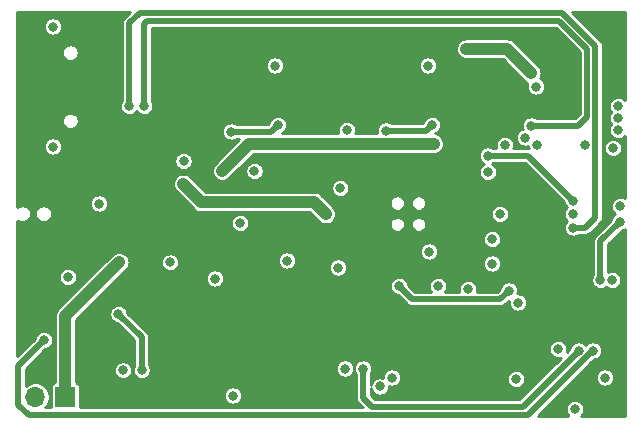
<source format=gbr>
%TF.GenerationSoftware,KiCad,Pcbnew,(5.1.7)-1*%
%TF.CreationDate,2021-01-20T17:17:38-05:00*%
%TF.ProjectId,SYSC4907_REV2,53595343-3439-4303-975f-524556322e6b,rev?*%
%TF.SameCoordinates,Original*%
%TF.FileFunction,Copper,L2,Inr*%
%TF.FilePolarity,Positive*%
%FSLAX46Y46*%
G04 Gerber Fmt 4.6, Leading zero omitted, Abs format (unit mm)*
G04 Created by KiCad (PCBNEW (5.1.7)-1) date 2021-01-20 17:17:38*
%MOMM*%
%LPD*%
G01*
G04 APERTURE LIST*
%TA.AperFunction,ComponentPad*%
%ADD10R,1.700000X1.700000*%
%TD*%
%TA.AperFunction,ComponentPad*%
%ADD11O,1.700000X1.700000*%
%TD*%
%TA.AperFunction,ViaPad*%
%ADD12C,0.800000*%
%TD*%
%TA.AperFunction,Conductor*%
%ADD13C,0.500000*%
%TD*%
%TA.AperFunction,Conductor*%
%ADD14C,1.000000*%
%TD*%
%TA.AperFunction,Conductor*%
%ADD15C,0.250000*%
%TD*%
%TA.AperFunction,Conductor*%
%ADD16C,0.100000*%
%TD*%
G04 APERTURE END LIST*
D10*
%TO.N,+BATT*%
%TO.C,J301*%
X54500000Y-138000000D03*
D11*
%TO.N,GND*%
X51960000Y-138000000D03*
%TD*%
D12*
%TO.N,GND*%
X64508000Y-118011000D03*
X63373000Y-126611000D03*
X57366000Y-121637000D03*
X59372500Y-135755000D03*
X78166000Y-135607000D03*
X77594500Y-127051500D03*
X70509000Y-118900000D03*
X94323000Y-111731000D03*
X97625000Y-139036000D03*
X96228000Y-133956000D03*
X53429000Y-106651000D03*
X53429000Y-116811000D03*
X54699000Y-127860000D03*
X69304000Y-123288000D03*
X68669000Y-137893000D03*
X78321000Y-115414000D03*
X77778241Y-120330000D03*
X94450000Y-116684000D03*
X88608000Y-128876000D03*
X73241000Y-126463000D03*
X100800000Y-128114000D03*
X90640000Y-124658501D03*
X92799000Y-130019000D03*
X92672000Y-136496000D03*
X67145000Y-127987000D03*
X72225000Y-109953000D03*
X85179000Y-109953000D03*
X97498000Y-122526000D03*
%TO.N,+1V8*%
X90259000Y-132432000D03*
X101054000Y-133956000D03*
X91402000Y-133956000D03*
X53175000Y-112747000D03*
X63970000Y-137893000D03*
X73749000Y-119986000D03*
X90252503Y-120335495D03*
X83528000Y-124685000D03*
X88227000Y-109953000D03*
X70320000Y-135734000D03*
X64744316Y-130513011D03*
%TO.N,Net-(C301-Pad2)*%
X58991500Y-130992500D03*
X60960000Y-135755000D03*
%TO.N,+5V*%
X85687000Y-116557000D03*
X67780000Y-118843000D03*
%TO.N,Net-(C304-Pad1)*%
X72509000Y-114963000D03*
X68542000Y-115541000D03*
%TO.N,VBAT_MEAS*%
X59906000Y-113382000D03*
X97498000Y-123669000D03*
%TO.N,POWER_SW*%
X99799997Y-128114000D03*
X101474000Y-123161000D03*
%TO.N,Net-(C309-Pad1)*%
X85558500Y-114963000D03*
X81651524Y-115456702D03*
%TO.N,Net-(C407-Pad1)*%
X86068000Y-128622000D03*
%TO.N,+3V3*%
X64478000Y-119986000D03*
X76543000Y-122526000D03*
X93942000Y-110588000D03*
X88427052Y-108525050D03*
%TO.N,Net-(D301-Pad2)*%
X52667000Y-133194000D03*
X99149000Y-134083000D03*
%TO.N,POWER_ON*%
X90640000Y-126717000D03*
%TO.N,VBUS*%
X90259000Y-118970000D03*
%TO.N,Net-(J202-Pad2)*%
X101474000Y-121868009D03*
%TO.N,Net-(J202-Pad4)*%
X100859073Y-116922996D03*
%TO.N,Net-(J202-Pad10)*%
X98514000Y-116684000D03*
%TO.N,I2C_SCL*%
X81115000Y-137124950D03*
%TO.N,I2C_SDA*%
X82131000Y-136369000D03*
%TO.N,UV_INT*%
X100165000Y-136369000D03*
%TO.N,HEART_INT*%
X79718000Y-135607000D03*
X97945432Y-134084485D03*
%TO.N,FAST_CHARGE*%
X90259000Y-117573000D03*
X97498000Y-121383000D03*
%TO.N,+BATT*%
X59055000Y-126611000D03*
%TO.N,Net-(U201-Pad4)*%
X91695000Y-116684000D03*
%TO.N,Net-(U201-Pad6)*%
X93429347Y-116049000D03*
%TO.N,IR_TEMP*%
X82766000Y-128622000D03*
X92037000Y-129003000D03*
%TO.N,AMB_TEMP*%
X91275000Y-122526000D03*
%TO.N,Net-(U403-Pad8)*%
X85306000Y-125701000D03*
%TO.N,LED_B*%
X101308000Y-115414000D03*
%TO.N,LED_G*%
X101308000Y-114382003D03*
%TO.N,LED_R*%
X101308000Y-113382000D03*
%TO.N,SD_DET*%
X93942000Y-115033000D03*
X61176000Y-113382000D03*
%TD*%
D13*
%TO.N,Net-(C301-Pad2)*%
X60960000Y-132961000D02*
X58991500Y-130992500D01*
X60960000Y-135755000D02*
X60960000Y-132961000D01*
D14*
%TO.N,+5V*%
X70066000Y-116557000D02*
X67780000Y-118843000D01*
X85687000Y-116557000D02*
X70066000Y-116557000D01*
D13*
%TO.N,Net-(C304-Pad1)*%
X71931000Y-115541000D02*
X72509000Y-114963000D01*
X68542000Y-115541000D02*
X71931000Y-115541000D01*
%TO.N,VBAT_MEAS*%
X99364001Y-122818999D02*
X98514000Y-123669000D01*
X99364001Y-108263001D02*
X99364001Y-122818999D01*
X96576010Y-105475010D02*
X99364001Y-108263001D01*
X60795000Y-105475010D02*
X96576010Y-105475010D01*
X59906000Y-106364010D02*
X60795000Y-105475010D01*
X98514000Y-123669000D02*
X97498000Y-123669000D01*
X59906000Y-113382000D02*
X59906000Y-106364010D01*
%TO.N,POWER_SW*%
X99799997Y-124835003D02*
X101474000Y-123161000D01*
X99799997Y-128114000D02*
X99799997Y-124835003D01*
%TO.N,Net-(C309-Pad1)*%
X85064798Y-115456702D02*
X85558500Y-114963000D01*
X81651524Y-115456702D02*
X85064798Y-115456702D01*
D14*
%TO.N,+3V3*%
X75527000Y-121510000D02*
X76543000Y-122526000D01*
X66002000Y-121510000D02*
X75527000Y-121510000D01*
X64478000Y-119986000D02*
X66002000Y-121510000D01*
X91879050Y-108525050D02*
X93942000Y-110588000D01*
X88427052Y-108525050D02*
X91879050Y-108525050D01*
D13*
%TO.N,Net-(D301-Pad2)*%
X51397000Y-139524990D02*
X93072010Y-139524990D01*
X50508000Y-138655000D02*
X51397000Y-139524990D01*
X50508000Y-135353000D02*
X50508000Y-138655000D01*
X52667000Y-133194000D02*
X50508000Y-135353000D01*
X93072010Y-139524990D02*
X93707010Y-139524990D01*
X99149000Y-134083000D02*
X98577500Y-134654500D01*
X98577500Y-134654500D02*
X99022000Y-134210000D01*
X93707010Y-139524990D02*
X98577500Y-134654500D01*
%TO.N,HEART_INT*%
X93204937Y-138824980D02*
X97945432Y-134084485D01*
X80480000Y-138824980D02*
X93204937Y-138824980D01*
X79718000Y-138062980D02*
X80480000Y-138824980D01*
X79718000Y-135607000D02*
X79718000Y-138062980D01*
%TO.N,FAST_CHARGE*%
X93688000Y-117573000D02*
X97498000Y-121383000D01*
X90259000Y-117573000D02*
X93688000Y-117573000D01*
D14*
%TO.N,+BATT*%
X54500000Y-131166000D02*
X54500000Y-138000000D01*
X59055000Y-126611000D02*
X54500000Y-131166000D01*
D13*
%TO.N,IR_TEMP*%
X83870001Y-129726001D02*
X82766000Y-128622000D01*
X91313999Y-129726001D02*
X83870001Y-129726001D01*
X92037000Y-129003000D02*
X91313999Y-129726001D01*
%TO.N,SD_DET*%
X61176000Y-113382000D02*
X61176000Y-106429020D01*
X61176000Y-106429020D02*
X61430000Y-106175020D01*
X61430000Y-106175020D02*
X91053020Y-106175020D01*
X91053020Y-106175020D02*
X96286058Y-106175020D01*
X96286058Y-106175020D02*
X98663991Y-108552953D01*
X98663991Y-108552953D02*
X98663991Y-113255000D01*
X98663991Y-113255000D02*
X98663991Y-114271000D01*
X98663991Y-114271000D02*
X98641000Y-114271000D01*
X97901991Y-115033000D02*
X98663991Y-114271000D01*
X93942000Y-115033000D02*
X97901991Y-115033000D01*
%TD*%
D15*
%TO.N,+1V8*%
X59485772Y-105900356D02*
X59461921Y-105919930D01*
X59442348Y-105943780D01*
X59383818Y-106015099D01*
X59325782Y-106123676D01*
X59290044Y-106241489D01*
X59277977Y-106364010D01*
X59281001Y-106394714D01*
X59281000Y-112922415D01*
X59219204Y-113014900D01*
X59160783Y-113155941D01*
X59131000Y-113305669D01*
X59131000Y-113458331D01*
X59160783Y-113608059D01*
X59219204Y-113749100D01*
X59304018Y-113876034D01*
X59411966Y-113983982D01*
X59538900Y-114068796D01*
X59679941Y-114127217D01*
X59829669Y-114157000D01*
X59982331Y-114157000D01*
X60132059Y-114127217D01*
X60273100Y-114068796D01*
X60400034Y-113983982D01*
X60507982Y-113876034D01*
X60541000Y-113826619D01*
X60574018Y-113876034D01*
X60681966Y-113983982D01*
X60808900Y-114068796D01*
X60949941Y-114127217D01*
X61099669Y-114157000D01*
X61252331Y-114157000D01*
X61402059Y-114127217D01*
X61543100Y-114068796D01*
X61670034Y-113983982D01*
X61777982Y-113876034D01*
X61862796Y-113749100D01*
X61921217Y-113608059D01*
X61951000Y-113458331D01*
X61951000Y-113305669D01*
X61921217Y-113155941D01*
X61862796Y-113014900D01*
X61801000Y-112922415D01*
X61801000Y-109876669D01*
X71450000Y-109876669D01*
X71450000Y-110029331D01*
X71479783Y-110179059D01*
X71538204Y-110320100D01*
X71623018Y-110447034D01*
X71730966Y-110554982D01*
X71857900Y-110639796D01*
X71998941Y-110698217D01*
X72148669Y-110728000D01*
X72301331Y-110728000D01*
X72451059Y-110698217D01*
X72592100Y-110639796D01*
X72719034Y-110554982D01*
X72826982Y-110447034D01*
X72911796Y-110320100D01*
X72970217Y-110179059D01*
X73000000Y-110029331D01*
X73000000Y-109876669D01*
X84404000Y-109876669D01*
X84404000Y-110029331D01*
X84433783Y-110179059D01*
X84492204Y-110320100D01*
X84577018Y-110447034D01*
X84684966Y-110554982D01*
X84811900Y-110639796D01*
X84952941Y-110698217D01*
X85102669Y-110728000D01*
X85255331Y-110728000D01*
X85405059Y-110698217D01*
X85546100Y-110639796D01*
X85673034Y-110554982D01*
X85780982Y-110447034D01*
X85865796Y-110320100D01*
X85924217Y-110179059D01*
X85954000Y-110029331D01*
X85954000Y-109876669D01*
X85924217Y-109726941D01*
X85865796Y-109585900D01*
X85780982Y-109458966D01*
X85673034Y-109351018D01*
X85546100Y-109266204D01*
X85405059Y-109207783D01*
X85255331Y-109178000D01*
X85102669Y-109178000D01*
X84952941Y-109207783D01*
X84811900Y-109266204D01*
X84684966Y-109351018D01*
X84577018Y-109458966D01*
X84492204Y-109585900D01*
X84433783Y-109726941D01*
X84404000Y-109876669D01*
X73000000Y-109876669D01*
X72970217Y-109726941D01*
X72911796Y-109585900D01*
X72826982Y-109458966D01*
X72719034Y-109351018D01*
X72592100Y-109266204D01*
X72451059Y-109207783D01*
X72301331Y-109178000D01*
X72148669Y-109178000D01*
X71998941Y-109207783D01*
X71857900Y-109266204D01*
X71730966Y-109351018D01*
X71623018Y-109458966D01*
X71538204Y-109585900D01*
X71479783Y-109726941D01*
X71450000Y-109876669D01*
X61801000Y-109876669D01*
X61801000Y-108525050D01*
X87547819Y-108525050D01*
X87564713Y-108696580D01*
X87614747Y-108861518D01*
X87695996Y-109013526D01*
X87805340Y-109146762D01*
X87938576Y-109256106D01*
X88090584Y-109337355D01*
X88255522Y-109387389D01*
X88384073Y-109400050D01*
X91516614Y-109400050D01*
X93353672Y-111237109D01*
X93453524Y-111319055D01*
X93605532Y-111400305D01*
X93619384Y-111404507D01*
X93577783Y-111504941D01*
X93548000Y-111654669D01*
X93548000Y-111807331D01*
X93577783Y-111957059D01*
X93636204Y-112098100D01*
X93721018Y-112225034D01*
X93828966Y-112332982D01*
X93955900Y-112417796D01*
X94096941Y-112476217D01*
X94246669Y-112506000D01*
X94399331Y-112506000D01*
X94549059Y-112476217D01*
X94690100Y-112417796D01*
X94817034Y-112332982D01*
X94924982Y-112225034D01*
X95009796Y-112098100D01*
X95068217Y-111957059D01*
X95098000Y-111807331D01*
X95098000Y-111654669D01*
X95068217Y-111504941D01*
X95009796Y-111363900D01*
X94924982Y-111236966D01*
X94817034Y-111129018D01*
X94690250Y-111044305D01*
X94754305Y-110924467D01*
X94804339Y-110759530D01*
X94821233Y-110588000D01*
X94804339Y-110416470D01*
X94754305Y-110251532D01*
X94673055Y-110099524D01*
X94591109Y-109999672D01*
X92528167Y-107936730D01*
X92500762Y-107903338D01*
X92367526Y-107793994D01*
X92215518Y-107712745D01*
X92050580Y-107662711D01*
X91922029Y-107650050D01*
X91879050Y-107645817D01*
X91836071Y-107650050D01*
X88384073Y-107650050D01*
X88255522Y-107662711D01*
X88090584Y-107712745D01*
X87938576Y-107793994D01*
X87805340Y-107903338D01*
X87695996Y-108036574D01*
X87614747Y-108188582D01*
X87564713Y-108353520D01*
X87547819Y-108525050D01*
X61801000Y-108525050D01*
X61801000Y-106800020D01*
X96027176Y-106800020D01*
X98038991Y-108811836D01*
X98038992Y-113224287D01*
X98038991Y-113224297D01*
X98038992Y-114012117D01*
X97643109Y-114408000D01*
X94401585Y-114408000D01*
X94309100Y-114346204D01*
X94168059Y-114287783D01*
X94018331Y-114258000D01*
X93865669Y-114258000D01*
X93715941Y-114287783D01*
X93574900Y-114346204D01*
X93447966Y-114431018D01*
X93340018Y-114538966D01*
X93255204Y-114665900D01*
X93196783Y-114806941D01*
X93167000Y-114956669D01*
X93167000Y-115109331D01*
X93196783Y-115259059D01*
X93214393Y-115301574D01*
X93203288Y-115303783D01*
X93062247Y-115362204D01*
X92935313Y-115447018D01*
X92827365Y-115554966D01*
X92742551Y-115681900D01*
X92684130Y-115822941D01*
X92654347Y-115972669D01*
X92654347Y-116125331D01*
X92684130Y-116275059D01*
X92742551Y-116416100D01*
X92827365Y-116543034D01*
X92935313Y-116650982D01*
X93062247Y-116735796D01*
X93203288Y-116794217D01*
X93353016Y-116824000D01*
X93505678Y-116824000D01*
X93655406Y-116794217D01*
X93679736Y-116784139D01*
X93704783Y-116910059D01*
X93720575Y-116948184D01*
X93718704Y-116948000D01*
X93718694Y-116948000D01*
X93688000Y-116944977D01*
X93657306Y-116948000D01*
X92424501Y-116948000D01*
X92440217Y-116910059D01*
X92470000Y-116760331D01*
X92470000Y-116607669D01*
X92440217Y-116457941D01*
X92381796Y-116316900D01*
X92296982Y-116189966D01*
X92189034Y-116082018D01*
X92062100Y-115997204D01*
X91921059Y-115938783D01*
X91771331Y-115909000D01*
X91618669Y-115909000D01*
X91468941Y-115938783D01*
X91327900Y-115997204D01*
X91200966Y-116082018D01*
X91093018Y-116189966D01*
X91008204Y-116316900D01*
X90949783Y-116457941D01*
X90920000Y-116607669D01*
X90920000Y-116760331D01*
X90949783Y-116910059D01*
X90965499Y-116948000D01*
X90718585Y-116948000D01*
X90626100Y-116886204D01*
X90485059Y-116827783D01*
X90335331Y-116798000D01*
X90182669Y-116798000D01*
X90032941Y-116827783D01*
X89891900Y-116886204D01*
X89764966Y-116971018D01*
X89657018Y-117078966D01*
X89572204Y-117205900D01*
X89513783Y-117346941D01*
X89484000Y-117496669D01*
X89484000Y-117649331D01*
X89513783Y-117799059D01*
X89572204Y-117940100D01*
X89657018Y-118067034D01*
X89764966Y-118174982D01*
X89891900Y-118259796D01*
X89920156Y-118271500D01*
X89891900Y-118283204D01*
X89764966Y-118368018D01*
X89657018Y-118475966D01*
X89572204Y-118602900D01*
X89513783Y-118743941D01*
X89484000Y-118893669D01*
X89484000Y-119046331D01*
X89513783Y-119196059D01*
X89572204Y-119337100D01*
X89657018Y-119464034D01*
X89764966Y-119571982D01*
X89891900Y-119656796D01*
X90032941Y-119715217D01*
X90182669Y-119745000D01*
X90335331Y-119745000D01*
X90485059Y-119715217D01*
X90626100Y-119656796D01*
X90753034Y-119571982D01*
X90860982Y-119464034D01*
X90945796Y-119337100D01*
X91004217Y-119196059D01*
X91034000Y-119046331D01*
X91034000Y-118893669D01*
X91004217Y-118743941D01*
X90945796Y-118602900D01*
X90860982Y-118475966D01*
X90753034Y-118368018D01*
X90626100Y-118283204D01*
X90597844Y-118271500D01*
X90626100Y-118259796D01*
X90718585Y-118198000D01*
X93429118Y-118198000D01*
X96731083Y-121499966D01*
X96752783Y-121609059D01*
X96811204Y-121750100D01*
X96896018Y-121877034D01*
X96973484Y-121954500D01*
X96896018Y-122031966D01*
X96811204Y-122158900D01*
X96752783Y-122299941D01*
X96723000Y-122449669D01*
X96723000Y-122602331D01*
X96752783Y-122752059D01*
X96811204Y-122893100D01*
X96896018Y-123020034D01*
X96973484Y-123097500D01*
X96896018Y-123174966D01*
X96811204Y-123301900D01*
X96752783Y-123442941D01*
X96723000Y-123592669D01*
X96723000Y-123745331D01*
X96752783Y-123895059D01*
X96811204Y-124036100D01*
X96896018Y-124163034D01*
X97003966Y-124270982D01*
X97130900Y-124355796D01*
X97271941Y-124414217D01*
X97421669Y-124444000D01*
X97574331Y-124444000D01*
X97724059Y-124414217D01*
X97865100Y-124355796D01*
X97957585Y-124294000D01*
X98483306Y-124294000D01*
X98514000Y-124297023D01*
X98544694Y-124294000D01*
X98544704Y-124294000D01*
X98636521Y-124284957D01*
X98754334Y-124249219D01*
X98862911Y-124191183D01*
X98958080Y-124113080D01*
X98977658Y-124089224D01*
X99784230Y-123282653D01*
X99808081Y-123263079D01*
X99886184Y-123167910D01*
X99944220Y-123059333D01*
X99979958Y-122941520D01*
X99989001Y-122849703D01*
X99989001Y-122849693D01*
X99992024Y-122818999D01*
X99989001Y-122788305D01*
X99989001Y-116846665D01*
X100084073Y-116846665D01*
X100084073Y-116999327D01*
X100113856Y-117149055D01*
X100172277Y-117290096D01*
X100257091Y-117417030D01*
X100365039Y-117524978D01*
X100491973Y-117609792D01*
X100633014Y-117668213D01*
X100782742Y-117697996D01*
X100935404Y-117697996D01*
X101085132Y-117668213D01*
X101226173Y-117609792D01*
X101353107Y-117524978D01*
X101461055Y-117417030D01*
X101545869Y-117290096D01*
X101604290Y-117149055D01*
X101634073Y-116999327D01*
X101634073Y-116846665D01*
X101604290Y-116696937D01*
X101545869Y-116555896D01*
X101461055Y-116428962D01*
X101353107Y-116321014D01*
X101226173Y-116236200D01*
X101085132Y-116177779D01*
X100935404Y-116147996D01*
X100782742Y-116147996D01*
X100633014Y-116177779D01*
X100491973Y-116236200D01*
X100365039Y-116321014D01*
X100257091Y-116428962D01*
X100172277Y-116555896D01*
X100113856Y-116696937D01*
X100084073Y-116846665D01*
X99989001Y-116846665D01*
X99989001Y-108293703D01*
X99992025Y-108263001D01*
X99986218Y-108204040D01*
X99979958Y-108140480D01*
X99944220Y-108022667D01*
X99886185Y-107914091D01*
X99886184Y-107914089D01*
X99827653Y-107842770D01*
X99808081Y-107818921D01*
X99784231Y-107799348D01*
X97384882Y-105400000D01*
X101875000Y-105400000D01*
X101875000Y-112852984D01*
X101802034Y-112780018D01*
X101675100Y-112695204D01*
X101534059Y-112636783D01*
X101384331Y-112607000D01*
X101231669Y-112607000D01*
X101081941Y-112636783D01*
X100940900Y-112695204D01*
X100813966Y-112780018D01*
X100706018Y-112887966D01*
X100621204Y-113014900D01*
X100562783Y-113155941D01*
X100533000Y-113305669D01*
X100533000Y-113458331D01*
X100562783Y-113608059D01*
X100621204Y-113749100D01*
X100706018Y-113876034D01*
X100711986Y-113882002D01*
X100706018Y-113887969D01*
X100621204Y-114014903D01*
X100562783Y-114155944D01*
X100533000Y-114305672D01*
X100533000Y-114458334D01*
X100562783Y-114608062D01*
X100621204Y-114749103D01*
X100706018Y-114876037D01*
X100727983Y-114898002D01*
X100706018Y-114919966D01*
X100621204Y-115046900D01*
X100562783Y-115187941D01*
X100533000Y-115337669D01*
X100533000Y-115490331D01*
X100562783Y-115640059D01*
X100621204Y-115781100D01*
X100706018Y-115908034D01*
X100813966Y-116015982D01*
X100940900Y-116100796D01*
X101081941Y-116159217D01*
X101231669Y-116189000D01*
X101384331Y-116189000D01*
X101534059Y-116159217D01*
X101675100Y-116100796D01*
X101802034Y-116015982D01*
X101875000Y-115943016D01*
X101875000Y-121203864D01*
X101841100Y-121181213D01*
X101700059Y-121122792D01*
X101550331Y-121093009D01*
X101397669Y-121093009D01*
X101247941Y-121122792D01*
X101106900Y-121181213D01*
X100979966Y-121266027D01*
X100872018Y-121373975D01*
X100787204Y-121500909D01*
X100728783Y-121641950D01*
X100699000Y-121791678D01*
X100699000Y-121944340D01*
X100728783Y-122094068D01*
X100787204Y-122235109D01*
X100872018Y-122362043D01*
X100979966Y-122469991D01*
X101046586Y-122514505D01*
X100979966Y-122559018D01*
X100872018Y-122666966D01*
X100787204Y-122793900D01*
X100728783Y-122934941D01*
X100707083Y-123044034D01*
X99379769Y-124371349D01*
X99355918Y-124390923D01*
X99336345Y-124414773D01*
X99277815Y-124486092D01*
X99219779Y-124594669D01*
X99184041Y-124712482D01*
X99171974Y-124835003D01*
X99174998Y-124865707D01*
X99174997Y-127654415D01*
X99113201Y-127746900D01*
X99054780Y-127887941D01*
X99024997Y-128037669D01*
X99024997Y-128190331D01*
X99054780Y-128340059D01*
X99113201Y-128481100D01*
X99198015Y-128608034D01*
X99305963Y-128715982D01*
X99432897Y-128800796D01*
X99573938Y-128859217D01*
X99723666Y-128889000D01*
X99876328Y-128889000D01*
X100026056Y-128859217D01*
X100167097Y-128800796D01*
X100294031Y-128715982D01*
X100299999Y-128710015D01*
X100305966Y-128715982D01*
X100432900Y-128800796D01*
X100573941Y-128859217D01*
X100723669Y-128889000D01*
X100876331Y-128889000D01*
X101026059Y-128859217D01*
X101167100Y-128800796D01*
X101294034Y-128715982D01*
X101401982Y-128608034D01*
X101486796Y-128481100D01*
X101545217Y-128340059D01*
X101575000Y-128190331D01*
X101575000Y-128037669D01*
X101545217Y-127887941D01*
X101486796Y-127746900D01*
X101401982Y-127619966D01*
X101294034Y-127512018D01*
X101167100Y-127427204D01*
X101026059Y-127368783D01*
X100876331Y-127339000D01*
X100723669Y-127339000D01*
X100573941Y-127368783D01*
X100432900Y-127427204D01*
X100424997Y-127432485D01*
X100424997Y-125093885D01*
X101590966Y-123927917D01*
X101700059Y-123906217D01*
X101841100Y-123847796D01*
X101875000Y-123825145D01*
X101875000Y-139600000D01*
X98157016Y-139600000D01*
X98226982Y-139530034D01*
X98311796Y-139403100D01*
X98370217Y-139262059D01*
X98400000Y-139112331D01*
X98400000Y-138959669D01*
X98370217Y-138809941D01*
X98311796Y-138668900D01*
X98226982Y-138541966D01*
X98119034Y-138434018D01*
X97992100Y-138349204D01*
X97851059Y-138290783D01*
X97701331Y-138261000D01*
X97548669Y-138261000D01*
X97398941Y-138290783D01*
X97257900Y-138349204D01*
X97130966Y-138434018D01*
X97023018Y-138541966D01*
X96938204Y-138668900D01*
X96879783Y-138809941D01*
X96850000Y-138959669D01*
X96850000Y-139112331D01*
X96879783Y-139262059D01*
X96938204Y-139403100D01*
X97023018Y-139530034D01*
X97092984Y-139600000D01*
X94515882Y-139600000D01*
X97823213Y-136292669D01*
X99390000Y-136292669D01*
X99390000Y-136445331D01*
X99419783Y-136595059D01*
X99478204Y-136736100D01*
X99563018Y-136863034D01*
X99670966Y-136970982D01*
X99797900Y-137055796D01*
X99938941Y-137114217D01*
X100088669Y-137144000D01*
X100241331Y-137144000D01*
X100391059Y-137114217D01*
X100532100Y-137055796D01*
X100659034Y-136970982D01*
X100766982Y-136863034D01*
X100851796Y-136736100D01*
X100910217Y-136595059D01*
X100940000Y-136445331D01*
X100940000Y-136292669D01*
X100910217Y-136142941D01*
X100851796Y-136001900D01*
X100766982Y-135874966D01*
X100659034Y-135767018D01*
X100532100Y-135682204D01*
X100391059Y-135623783D01*
X100241331Y-135594000D01*
X100088669Y-135594000D01*
X99938941Y-135623783D01*
X99797900Y-135682204D01*
X99670966Y-135767018D01*
X99563018Y-135874966D01*
X99478204Y-136001900D01*
X99419783Y-136142941D01*
X99390000Y-136292669D01*
X97823213Y-136292669D01*
X99041152Y-135074731D01*
X99041156Y-135074726D01*
X99265965Y-134849917D01*
X99375059Y-134828217D01*
X99516100Y-134769796D01*
X99643034Y-134684982D01*
X99750982Y-134577034D01*
X99835796Y-134450100D01*
X99894217Y-134309059D01*
X99924000Y-134159331D01*
X99924000Y-134006669D01*
X99894217Y-133856941D01*
X99835796Y-133715900D01*
X99750982Y-133588966D01*
X99643034Y-133481018D01*
X99516100Y-133396204D01*
X99375059Y-133337783D01*
X99225331Y-133308000D01*
X99072669Y-133308000D01*
X98922941Y-133337783D01*
X98781900Y-133396204D01*
X98654966Y-133481018D01*
X98547018Y-133588966D01*
X98546582Y-133589619D01*
X98439466Y-133482503D01*
X98312532Y-133397689D01*
X98171491Y-133339268D01*
X98021763Y-133309485D01*
X97869101Y-133309485D01*
X97719373Y-133339268D01*
X97578332Y-133397689D01*
X97451398Y-133482503D01*
X97343450Y-133590451D01*
X97258636Y-133717385D01*
X97200215Y-133858426D01*
X97178515Y-133967519D01*
X96975512Y-134170522D01*
X97003000Y-134032331D01*
X97003000Y-133879669D01*
X96973217Y-133729941D01*
X96914796Y-133588900D01*
X96829982Y-133461966D01*
X96722034Y-133354018D01*
X96595100Y-133269204D01*
X96454059Y-133210783D01*
X96304331Y-133181000D01*
X96151669Y-133181000D01*
X96001941Y-133210783D01*
X95860900Y-133269204D01*
X95733966Y-133354018D01*
X95626018Y-133461966D01*
X95541204Y-133588900D01*
X95482783Y-133729941D01*
X95453000Y-133879669D01*
X95453000Y-134032331D01*
X95482783Y-134182059D01*
X95541204Y-134323100D01*
X95626018Y-134450034D01*
X95733966Y-134557982D01*
X95860900Y-134642796D01*
X96001941Y-134701217D01*
X96151669Y-134731000D01*
X96304331Y-134731000D01*
X96442522Y-134703512D01*
X92946055Y-138199980D01*
X80738883Y-138199980D01*
X80343000Y-137804098D01*
X80343000Y-137216363D01*
X80369783Y-137351009D01*
X80428204Y-137492050D01*
X80513018Y-137618984D01*
X80620966Y-137726932D01*
X80747900Y-137811746D01*
X80888941Y-137870167D01*
X81038669Y-137899950D01*
X81191331Y-137899950D01*
X81341059Y-137870167D01*
X81482100Y-137811746D01*
X81609034Y-137726932D01*
X81716982Y-137618984D01*
X81801796Y-137492050D01*
X81860217Y-137351009D01*
X81890000Y-137201281D01*
X81890000Y-137108028D01*
X81904941Y-137114217D01*
X82054669Y-137144000D01*
X82207331Y-137144000D01*
X82357059Y-137114217D01*
X82498100Y-137055796D01*
X82625034Y-136970982D01*
X82732982Y-136863034D01*
X82817796Y-136736100D01*
X82876217Y-136595059D01*
X82906000Y-136445331D01*
X82906000Y-136419669D01*
X91897000Y-136419669D01*
X91897000Y-136572331D01*
X91926783Y-136722059D01*
X91985204Y-136863100D01*
X92070018Y-136990034D01*
X92177966Y-137097982D01*
X92304900Y-137182796D01*
X92445941Y-137241217D01*
X92595669Y-137271000D01*
X92748331Y-137271000D01*
X92898059Y-137241217D01*
X93039100Y-137182796D01*
X93166034Y-137097982D01*
X93273982Y-136990034D01*
X93358796Y-136863100D01*
X93417217Y-136722059D01*
X93447000Y-136572331D01*
X93447000Y-136419669D01*
X93417217Y-136269941D01*
X93358796Y-136128900D01*
X93273982Y-136001966D01*
X93166034Y-135894018D01*
X93039100Y-135809204D01*
X92898059Y-135750783D01*
X92748331Y-135721000D01*
X92595669Y-135721000D01*
X92445941Y-135750783D01*
X92304900Y-135809204D01*
X92177966Y-135894018D01*
X92070018Y-136001966D01*
X91985204Y-136128900D01*
X91926783Y-136269941D01*
X91897000Y-136419669D01*
X82906000Y-136419669D01*
X82906000Y-136292669D01*
X82876217Y-136142941D01*
X82817796Y-136001900D01*
X82732982Y-135874966D01*
X82625034Y-135767018D01*
X82498100Y-135682204D01*
X82357059Y-135623783D01*
X82207331Y-135594000D01*
X82054669Y-135594000D01*
X81904941Y-135623783D01*
X81763900Y-135682204D01*
X81636966Y-135767018D01*
X81529018Y-135874966D01*
X81444204Y-136001900D01*
X81385783Y-136142941D01*
X81356000Y-136292669D01*
X81356000Y-136385922D01*
X81341059Y-136379733D01*
X81191331Y-136349950D01*
X81038669Y-136349950D01*
X80888941Y-136379733D01*
X80747900Y-136438154D01*
X80620966Y-136522968D01*
X80513018Y-136630916D01*
X80428204Y-136757850D01*
X80369783Y-136898891D01*
X80343000Y-137033537D01*
X80343000Y-136066585D01*
X80404796Y-135974100D01*
X80463217Y-135833059D01*
X80493000Y-135683331D01*
X80493000Y-135530669D01*
X80463217Y-135380941D01*
X80404796Y-135239900D01*
X80319982Y-135112966D01*
X80212034Y-135005018D01*
X80085100Y-134920204D01*
X79944059Y-134861783D01*
X79794331Y-134832000D01*
X79641669Y-134832000D01*
X79491941Y-134861783D01*
X79350900Y-134920204D01*
X79223966Y-135005018D01*
X79116018Y-135112966D01*
X79031204Y-135239900D01*
X78972783Y-135380941D01*
X78943000Y-135530669D01*
X78943000Y-135683331D01*
X78972783Y-135833059D01*
X79031204Y-135974100D01*
X79093000Y-136066585D01*
X79093001Y-138032276D01*
X79089977Y-138062980D01*
X79093001Y-138093684D01*
X79102044Y-138185501D01*
X79137782Y-138303314D01*
X79195818Y-138411891D01*
X79273921Y-138507060D01*
X79297772Y-138526634D01*
X79671127Y-138899990D01*
X55721891Y-138899990D01*
X55726814Y-138850000D01*
X55726814Y-137816669D01*
X67894000Y-137816669D01*
X67894000Y-137969331D01*
X67923783Y-138119059D01*
X67982204Y-138260100D01*
X68067018Y-138387034D01*
X68174966Y-138494982D01*
X68301900Y-138579796D01*
X68442941Y-138638217D01*
X68592669Y-138668000D01*
X68745331Y-138668000D01*
X68895059Y-138638217D01*
X69036100Y-138579796D01*
X69163034Y-138494982D01*
X69270982Y-138387034D01*
X69355796Y-138260100D01*
X69414217Y-138119059D01*
X69444000Y-137969331D01*
X69444000Y-137816669D01*
X69414217Y-137666941D01*
X69355796Y-137525900D01*
X69270982Y-137398966D01*
X69163034Y-137291018D01*
X69036100Y-137206204D01*
X68895059Y-137147783D01*
X68745331Y-137118000D01*
X68592669Y-137118000D01*
X68442941Y-137147783D01*
X68301900Y-137206204D01*
X68174966Y-137291018D01*
X68067018Y-137398966D01*
X67982204Y-137525900D01*
X67923783Y-137666941D01*
X67894000Y-137816669D01*
X55726814Y-137816669D01*
X55726814Y-137150000D01*
X55719574Y-137076487D01*
X55698131Y-137005800D01*
X55663309Y-136940653D01*
X55616448Y-136883552D01*
X55559347Y-136836691D01*
X55494200Y-136801869D01*
X55423513Y-136780426D01*
X55375000Y-136775648D01*
X55375000Y-135678669D01*
X58597500Y-135678669D01*
X58597500Y-135831331D01*
X58627283Y-135981059D01*
X58685704Y-136122100D01*
X58770518Y-136249034D01*
X58878466Y-136356982D01*
X59005400Y-136441796D01*
X59146441Y-136500217D01*
X59296169Y-136530000D01*
X59448831Y-136530000D01*
X59598559Y-136500217D01*
X59739600Y-136441796D01*
X59866534Y-136356982D01*
X59974482Y-136249034D01*
X60059296Y-136122100D01*
X60117717Y-135981059D01*
X60147500Y-135831331D01*
X60147500Y-135678669D01*
X60117717Y-135528941D01*
X60059296Y-135387900D01*
X59974482Y-135260966D01*
X59866534Y-135153018D01*
X59739600Y-135068204D01*
X59598559Y-135009783D01*
X59448831Y-134980000D01*
X59296169Y-134980000D01*
X59146441Y-135009783D01*
X59005400Y-135068204D01*
X58878466Y-135153018D01*
X58770518Y-135260966D01*
X58685704Y-135387900D01*
X58627283Y-135528941D01*
X58597500Y-135678669D01*
X55375000Y-135678669D01*
X55375000Y-131528436D01*
X55987267Y-130916169D01*
X58216500Y-130916169D01*
X58216500Y-131068831D01*
X58246283Y-131218559D01*
X58304704Y-131359600D01*
X58389518Y-131486534D01*
X58497466Y-131594482D01*
X58624400Y-131679296D01*
X58765441Y-131737717D01*
X58874535Y-131759417D01*
X60335001Y-133219885D01*
X60335000Y-135295415D01*
X60273204Y-135387900D01*
X60214783Y-135528941D01*
X60185000Y-135678669D01*
X60185000Y-135831331D01*
X60214783Y-135981059D01*
X60273204Y-136122100D01*
X60358018Y-136249034D01*
X60465966Y-136356982D01*
X60592900Y-136441796D01*
X60733941Y-136500217D01*
X60883669Y-136530000D01*
X61036331Y-136530000D01*
X61186059Y-136500217D01*
X61327100Y-136441796D01*
X61454034Y-136356982D01*
X61561982Y-136249034D01*
X61646796Y-136122100D01*
X61705217Y-135981059D01*
X61735000Y-135831331D01*
X61735000Y-135678669D01*
X61705561Y-135530669D01*
X77391000Y-135530669D01*
X77391000Y-135683331D01*
X77420783Y-135833059D01*
X77479204Y-135974100D01*
X77564018Y-136101034D01*
X77671966Y-136208982D01*
X77798900Y-136293796D01*
X77939941Y-136352217D01*
X78089669Y-136382000D01*
X78242331Y-136382000D01*
X78392059Y-136352217D01*
X78533100Y-136293796D01*
X78660034Y-136208982D01*
X78767982Y-136101034D01*
X78852796Y-135974100D01*
X78911217Y-135833059D01*
X78941000Y-135683331D01*
X78941000Y-135530669D01*
X78911217Y-135380941D01*
X78852796Y-135239900D01*
X78767982Y-135112966D01*
X78660034Y-135005018D01*
X78533100Y-134920204D01*
X78392059Y-134861783D01*
X78242331Y-134832000D01*
X78089669Y-134832000D01*
X77939941Y-134861783D01*
X77798900Y-134920204D01*
X77671966Y-135005018D01*
X77564018Y-135112966D01*
X77479204Y-135239900D01*
X77420783Y-135380941D01*
X77391000Y-135530669D01*
X61705561Y-135530669D01*
X61705217Y-135528941D01*
X61646796Y-135387900D01*
X61585000Y-135295415D01*
X61585000Y-132991693D01*
X61588023Y-132960999D01*
X61585000Y-132930305D01*
X61585000Y-132930296D01*
X61575957Y-132838479D01*
X61540219Y-132720666D01*
X61482183Y-132612089D01*
X61482182Y-132612087D01*
X61423652Y-132540768D01*
X61423649Y-132540765D01*
X61404080Y-132516920D01*
X61380235Y-132497351D01*
X59758417Y-130875535D01*
X59736717Y-130766441D01*
X59678296Y-130625400D01*
X59593482Y-130498466D01*
X59485534Y-130390518D01*
X59358600Y-130305704D01*
X59217559Y-130247283D01*
X59067831Y-130217500D01*
X58915169Y-130217500D01*
X58765441Y-130247283D01*
X58624400Y-130305704D01*
X58497466Y-130390518D01*
X58389518Y-130498466D01*
X58304704Y-130625400D01*
X58246283Y-130766441D01*
X58216500Y-130916169D01*
X55987267Y-130916169D01*
X58992767Y-127910669D01*
X66370000Y-127910669D01*
X66370000Y-128063331D01*
X66399783Y-128213059D01*
X66458204Y-128354100D01*
X66543018Y-128481034D01*
X66650966Y-128588982D01*
X66777900Y-128673796D01*
X66918941Y-128732217D01*
X67068669Y-128762000D01*
X67221331Y-128762000D01*
X67371059Y-128732217D01*
X67512100Y-128673796D01*
X67639034Y-128588982D01*
X67682347Y-128545669D01*
X81991000Y-128545669D01*
X81991000Y-128698331D01*
X82020783Y-128848059D01*
X82079204Y-128989100D01*
X82164018Y-129116034D01*
X82271966Y-129223982D01*
X82398900Y-129308796D01*
X82539941Y-129367217D01*
X82649035Y-129388917D01*
X83406347Y-130146230D01*
X83425921Y-130170081D01*
X83449770Y-130189653D01*
X83521088Y-130248183D01*
X83521090Y-130248184D01*
X83629667Y-130306220D01*
X83747480Y-130341958D01*
X83839297Y-130351001D01*
X83839306Y-130351001D01*
X83870000Y-130354024D01*
X83900694Y-130351001D01*
X91283305Y-130351001D01*
X91313999Y-130354024D01*
X91344693Y-130351001D01*
X91344703Y-130351001D01*
X91436520Y-130341958D01*
X91554333Y-130306220D01*
X91662910Y-130248184D01*
X91758079Y-130170081D01*
X91777657Y-130146225D01*
X92034624Y-129889258D01*
X92024000Y-129942669D01*
X92024000Y-130095331D01*
X92053783Y-130245059D01*
X92112204Y-130386100D01*
X92197018Y-130513034D01*
X92304966Y-130620982D01*
X92431900Y-130705796D01*
X92572941Y-130764217D01*
X92722669Y-130794000D01*
X92875331Y-130794000D01*
X93025059Y-130764217D01*
X93166100Y-130705796D01*
X93293034Y-130620982D01*
X93400982Y-130513034D01*
X93485796Y-130386100D01*
X93544217Y-130245059D01*
X93574000Y-130095331D01*
X93574000Y-129942669D01*
X93544217Y-129792941D01*
X93485796Y-129651900D01*
X93400982Y-129524966D01*
X93293034Y-129417018D01*
X93166100Y-129332204D01*
X93025059Y-129273783D01*
X92875331Y-129244000D01*
X92776028Y-129244000D01*
X92782217Y-129229059D01*
X92812000Y-129079331D01*
X92812000Y-128926669D01*
X92782217Y-128776941D01*
X92723796Y-128635900D01*
X92638982Y-128508966D01*
X92531034Y-128401018D01*
X92404100Y-128316204D01*
X92263059Y-128257783D01*
X92113331Y-128228000D01*
X91960669Y-128228000D01*
X91810941Y-128257783D01*
X91669900Y-128316204D01*
X91542966Y-128401018D01*
X91435018Y-128508966D01*
X91350204Y-128635900D01*
X91291783Y-128776941D01*
X91270083Y-128886035D01*
X91055117Y-129101001D01*
X89353427Y-129101001D01*
X89383000Y-128952331D01*
X89383000Y-128799669D01*
X89353217Y-128649941D01*
X89294796Y-128508900D01*
X89209982Y-128381966D01*
X89102034Y-128274018D01*
X88975100Y-128189204D01*
X88834059Y-128130783D01*
X88684331Y-128101000D01*
X88531669Y-128101000D01*
X88381941Y-128130783D01*
X88240900Y-128189204D01*
X88113966Y-128274018D01*
X88006018Y-128381966D01*
X87921204Y-128508900D01*
X87862783Y-128649941D01*
X87833000Y-128799669D01*
X87833000Y-128952331D01*
X87862573Y-129101001D01*
X86680027Y-129101001D01*
X86754796Y-128989100D01*
X86813217Y-128848059D01*
X86843000Y-128698331D01*
X86843000Y-128545669D01*
X86813217Y-128395941D01*
X86754796Y-128254900D01*
X86669982Y-128127966D01*
X86562034Y-128020018D01*
X86435100Y-127935204D01*
X86294059Y-127876783D01*
X86144331Y-127847000D01*
X85991669Y-127847000D01*
X85841941Y-127876783D01*
X85700900Y-127935204D01*
X85573966Y-128020018D01*
X85466018Y-128127966D01*
X85381204Y-128254900D01*
X85322783Y-128395941D01*
X85293000Y-128545669D01*
X85293000Y-128698331D01*
X85322783Y-128848059D01*
X85381204Y-128989100D01*
X85455973Y-129101001D01*
X84128884Y-129101001D01*
X83532917Y-128505035D01*
X83511217Y-128395941D01*
X83452796Y-128254900D01*
X83367982Y-128127966D01*
X83260034Y-128020018D01*
X83133100Y-127935204D01*
X82992059Y-127876783D01*
X82842331Y-127847000D01*
X82689669Y-127847000D01*
X82539941Y-127876783D01*
X82398900Y-127935204D01*
X82271966Y-128020018D01*
X82164018Y-128127966D01*
X82079204Y-128254900D01*
X82020783Y-128395941D01*
X81991000Y-128545669D01*
X67682347Y-128545669D01*
X67746982Y-128481034D01*
X67831796Y-128354100D01*
X67890217Y-128213059D01*
X67920000Y-128063331D01*
X67920000Y-127910669D01*
X67890217Y-127760941D01*
X67831796Y-127619900D01*
X67746982Y-127492966D01*
X67639034Y-127385018D01*
X67512100Y-127300204D01*
X67371059Y-127241783D01*
X67221331Y-127212000D01*
X67068669Y-127212000D01*
X66918941Y-127241783D01*
X66777900Y-127300204D01*
X66650966Y-127385018D01*
X66543018Y-127492966D01*
X66458204Y-127619900D01*
X66399783Y-127760941D01*
X66370000Y-127910669D01*
X58992767Y-127910669D01*
X59704109Y-127199328D01*
X59786055Y-127099476D01*
X59867305Y-126947468D01*
X59917339Y-126782530D01*
X59934233Y-126611000D01*
X59926716Y-126534669D01*
X62598000Y-126534669D01*
X62598000Y-126687331D01*
X62627783Y-126837059D01*
X62686204Y-126978100D01*
X62771018Y-127105034D01*
X62878966Y-127212982D01*
X63005900Y-127297796D01*
X63146941Y-127356217D01*
X63296669Y-127386000D01*
X63449331Y-127386000D01*
X63599059Y-127356217D01*
X63740100Y-127297796D01*
X63867034Y-127212982D01*
X63974982Y-127105034D01*
X64059796Y-126978100D01*
X64118217Y-126837059D01*
X64148000Y-126687331D01*
X64148000Y-126534669D01*
X64118561Y-126386669D01*
X72466000Y-126386669D01*
X72466000Y-126539331D01*
X72495783Y-126689059D01*
X72554204Y-126830100D01*
X72639018Y-126957034D01*
X72746966Y-127064982D01*
X72873900Y-127149796D01*
X73014941Y-127208217D01*
X73164669Y-127238000D01*
X73317331Y-127238000D01*
X73467059Y-127208217D01*
X73608100Y-127149796D01*
X73735034Y-127064982D01*
X73824847Y-126975169D01*
X76819500Y-126975169D01*
X76819500Y-127127831D01*
X76849283Y-127277559D01*
X76907704Y-127418600D01*
X76992518Y-127545534D01*
X77100466Y-127653482D01*
X77227400Y-127738296D01*
X77368441Y-127796717D01*
X77518169Y-127826500D01*
X77670831Y-127826500D01*
X77820559Y-127796717D01*
X77961600Y-127738296D01*
X78088534Y-127653482D01*
X78196482Y-127545534D01*
X78281296Y-127418600D01*
X78339717Y-127277559D01*
X78369500Y-127127831D01*
X78369500Y-126975169D01*
X78339717Y-126825441D01*
X78281296Y-126684400D01*
X78252077Y-126640669D01*
X89865000Y-126640669D01*
X89865000Y-126793331D01*
X89894783Y-126943059D01*
X89953204Y-127084100D01*
X90038018Y-127211034D01*
X90145966Y-127318982D01*
X90272900Y-127403796D01*
X90413941Y-127462217D01*
X90563669Y-127492000D01*
X90716331Y-127492000D01*
X90866059Y-127462217D01*
X91007100Y-127403796D01*
X91134034Y-127318982D01*
X91241982Y-127211034D01*
X91326796Y-127084100D01*
X91385217Y-126943059D01*
X91415000Y-126793331D01*
X91415000Y-126640669D01*
X91385217Y-126490941D01*
X91326796Y-126349900D01*
X91241982Y-126222966D01*
X91134034Y-126115018D01*
X91007100Y-126030204D01*
X90866059Y-125971783D01*
X90716331Y-125942000D01*
X90563669Y-125942000D01*
X90413941Y-125971783D01*
X90272900Y-126030204D01*
X90145966Y-126115018D01*
X90038018Y-126222966D01*
X89953204Y-126349900D01*
X89894783Y-126490941D01*
X89865000Y-126640669D01*
X78252077Y-126640669D01*
X78196482Y-126557466D01*
X78088534Y-126449518D01*
X77961600Y-126364704D01*
X77820559Y-126306283D01*
X77670831Y-126276500D01*
X77518169Y-126276500D01*
X77368441Y-126306283D01*
X77227400Y-126364704D01*
X77100466Y-126449518D01*
X76992518Y-126557466D01*
X76907704Y-126684400D01*
X76849283Y-126825441D01*
X76819500Y-126975169D01*
X73824847Y-126975169D01*
X73842982Y-126957034D01*
X73927796Y-126830100D01*
X73986217Y-126689059D01*
X74016000Y-126539331D01*
X74016000Y-126386669D01*
X73986217Y-126236941D01*
X73927796Y-126095900D01*
X73842982Y-125968966D01*
X73735034Y-125861018D01*
X73608100Y-125776204D01*
X73467059Y-125717783D01*
X73317331Y-125688000D01*
X73164669Y-125688000D01*
X73014941Y-125717783D01*
X72873900Y-125776204D01*
X72746966Y-125861018D01*
X72639018Y-125968966D01*
X72554204Y-126095900D01*
X72495783Y-126236941D01*
X72466000Y-126386669D01*
X64118561Y-126386669D01*
X64118217Y-126384941D01*
X64059796Y-126243900D01*
X63974982Y-126116966D01*
X63867034Y-126009018D01*
X63740100Y-125924204D01*
X63599059Y-125865783D01*
X63449331Y-125836000D01*
X63296669Y-125836000D01*
X63146941Y-125865783D01*
X63005900Y-125924204D01*
X62878966Y-126009018D01*
X62771018Y-126116966D01*
X62686204Y-126243900D01*
X62627783Y-126384941D01*
X62598000Y-126534669D01*
X59926716Y-126534669D01*
X59917339Y-126439470D01*
X59867305Y-126274533D01*
X59786055Y-126122525D01*
X59676711Y-125989289D01*
X59543475Y-125879945D01*
X59391467Y-125798695D01*
X59226530Y-125748661D01*
X59055000Y-125731767D01*
X58883470Y-125748661D01*
X58718532Y-125798695D01*
X58566524Y-125879945D01*
X58466672Y-125961891D01*
X53911681Y-130516883D01*
X53878288Y-130544288D01*
X53768944Y-130677525D01*
X53722607Y-130764217D01*
X53687695Y-130829533D01*
X53637661Y-130994471D01*
X53620767Y-131166000D01*
X53625000Y-131208979D01*
X53625001Y-136775648D01*
X53576487Y-136780426D01*
X53505800Y-136801869D01*
X53440653Y-136836691D01*
X53383552Y-136883552D01*
X53336691Y-136940653D01*
X53301869Y-137005800D01*
X53280426Y-137076487D01*
X53273186Y-137150000D01*
X53273186Y-138850000D01*
X53278109Y-138899990D01*
X52792421Y-138899990D01*
X52911519Y-138780892D01*
X53045581Y-138580255D01*
X53137924Y-138357319D01*
X53185000Y-138120652D01*
X53185000Y-137879348D01*
X53137924Y-137642681D01*
X53045581Y-137419745D01*
X52911519Y-137219108D01*
X52740892Y-137048481D01*
X52540255Y-136914419D01*
X52317319Y-136822076D01*
X52080652Y-136775000D01*
X51839348Y-136775000D01*
X51602681Y-136822076D01*
X51379745Y-136914419D01*
X51179108Y-137048481D01*
X51133000Y-137094589D01*
X51133000Y-135611882D01*
X52783966Y-133960917D01*
X52893059Y-133939217D01*
X53034100Y-133880796D01*
X53161034Y-133795982D01*
X53268982Y-133688034D01*
X53353796Y-133561100D01*
X53412217Y-133420059D01*
X53442000Y-133270331D01*
X53442000Y-133117669D01*
X53412217Y-132967941D01*
X53353796Y-132826900D01*
X53268982Y-132699966D01*
X53161034Y-132592018D01*
X53034100Y-132507204D01*
X52893059Y-132448783D01*
X52743331Y-132419000D01*
X52590669Y-132419000D01*
X52440941Y-132448783D01*
X52299900Y-132507204D01*
X52172966Y-132592018D01*
X52065018Y-132699966D01*
X51980204Y-132826900D01*
X51921783Y-132967941D01*
X51900083Y-133077034D01*
X50400000Y-134577118D01*
X50400000Y-127783669D01*
X53924000Y-127783669D01*
X53924000Y-127936331D01*
X53953783Y-128086059D01*
X54012204Y-128227100D01*
X54097018Y-128354034D01*
X54204966Y-128461982D01*
X54331900Y-128546796D01*
X54472941Y-128605217D01*
X54622669Y-128635000D01*
X54775331Y-128635000D01*
X54925059Y-128605217D01*
X55066100Y-128546796D01*
X55193034Y-128461982D01*
X55300982Y-128354034D01*
X55385796Y-128227100D01*
X55444217Y-128086059D01*
X55474000Y-127936331D01*
X55474000Y-127783669D01*
X55444217Y-127633941D01*
X55385796Y-127492900D01*
X55300982Y-127365966D01*
X55193034Y-127258018D01*
X55066100Y-127173204D01*
X54925059Y-127114783D01*
X54775331Y-127085000D01*
X54622669Y-127085000D01*
X54472941Y-127114783D01*
X54331900Y-127173204D01*
X54204966Y-127258018D01*
X54097018Y-127365966D01*
X54012204Y-127492900D01*
X53953783Y-127633941D01*
X53924000Y-127783669D01*
X50400000Y-127783669D01*
X50400000Y-125624669D01*
X84531000Y-125624669D01*
X84531000Y-125777331D01*
X84560783Y-125927059D01*
X84619204Y-126068100D01*
X84704018Y-126195034D01*
X84811966Y-126302982D01*
X84938900Y-126387796D01*
X85079941Y-126446217D01*
X85229669Y-126476000D01*
X85382331Y-126476000D01*
X85532059Y-126446217D01*
X85673100Y-126387796D01*
X85800034Y-126302982D01*
X85907982Y-126195034D01*
X85992796Y-126068100D01*
X86051217Y-125927059D01*
X86081000Y-125777331D01*
X86081000Y-125624669D01*
X86051217Y-125474941D01*
X85992796Y-125333900D01*
X85907982Y-125206966D01*
X85800034Y-125099018D01*
X85673100Y-125014204D01*
X85532059Y-124955783D01*
X85382331Y-124926000D01*
X85229669Y-124926000D01*
X85079941Y-124955783D01*
X84938900Y-125014204D01*
X84811966Y-125099018D01*
X84704018Y-125206966D01*
X84619204Y-125333900D01*
X84560783Y-125474941D01*
X84531000Y-125624669D01*
X50400000Y-125624669D01*
X50400000Y-124582170D01*
X89865000Y-124582170D01*
X89865000Y-124734832D01*
X89894783Y-124884560D01*
X89953204Y-125025601D01*
X90038018Y-125152535D01*
X90145966Y-125260483D01*
X90272900Y-125345297D01*
X90413941Y-125403718D01*
X90563669Y-125433501D01*
X90716331Y-125433501D01*
X90866059Y-125403718D01*
X91007100Y-125345297D01*
X91134034Y-125260483D01*
X91241982Y-125152535D01*
X91326796Y-125025601D01*
X91385217Y-124884560D01*
X91415000Y-124734832D01*
X91415000Y-124582170D01*
X91385217Y-124432442D01*
X91326796Y-124291401D01*
X91241982Y-124164467D01*
X91134034Y-124056519D01*
X91007100Y-123971705D01*
X90866059Y-123913284D01*
X90716331Y-123883501D01*
X90563669Y-123883501D01*
X90413941Y-123913284D01*
X90272900Y-123971705D01*
X90145966Y-124056519D01*
X90038018Y-124164467D01*
X89953204Y-124291401D01*
X89894783Y-124432442D01*
X89865000Y-124582170D01*
X50400000Y-124582170D01*
X50400000Y-123071270D01*
X50506584Y-123142487D01*
X50638525Y-123197139D01*
X50778594Y-123225000D01*
X50921406Y-123225000D01*
X51061475Y-123197139D01*
X51193416Y-123142487D01*
X51312161Y-123063144D01*
X51413144Y-122962161D01*
X51492487Y-122843416D01*
X51547139Y-122711475D01*
X51575000Y-122571406D01*
X51575000Y-122428594D01*
X51925000Y-122428594D01*
X51925000Y-122571406D01*
X51952861Y-122711475D01*
X52007513Y-122843416D01*
X52086856Y-122962161D01*
X52187839Y-123063144D01*
X52306584Y-123142487D01*
X52438525Y-123197139D01*
X52578594Y-123225000D01*
X52721406Y-123225000D01*
X52788426Y-123211669D01*
X68529000Y-123211669D01*
X68529000Y-123364331D01*
X68558783Y-123514059D01*
X68617204Y-123655100D01*
X68702018Y-123782034D01*
X68809966Y-123889982D01*
X68936900Y-123974796D01*
X69077941Y-124033217D01*
X69227669Y-124063000D01*
X69380331Y-124063000D01*
X69530059Y-124033217D01*
X69671100Y-123974796D01*
X69798034Y-123889982D01*
X69905982Y-123782034D01*
X69990796Y-123655100D01*
X70049217Y-123514059D01*
X70079000Y-123364331D01*
X70079000Y-123211669D01*
X70049217Y-123061941D01*
X69990796Y-122920900D01*
X69905982Y-122793966D01*
X69798034Y-122686018D01*
X69671100Y-122601204D01*
X69530059Y-122542783D01*
X69380331Y-122513000D01*
X69227669Y-122513000D01*
X69077941Y-122542783D01*
X68936900Y-122601204D01*
X68809966Y-122686018D01*
X68702018Y-122793966D01*
X68617204Y-122920900D01*
X68558783Y-123061941D01*
X68529000Y-123211669D01*
X52788426Y-123211669D01*
X52861475Y-123197139D01*
X52993416Y-123142487D01*
X53112161Y-123063144D01*
X53213144Y-122962161D01*
X53292487Y-122843416D01*
X53347139Y-122711475D01*
X53375000Y-122571406D01*
X53375000Y-122428594D01*
X53347139Y-122288525D01*
X53292487Y-122156584D01*
X53213144Y-122037839D01*
X53112161Y-121936856D01*
X52993416Y-121857513D01*
X52861475Y-121802861D01*
X52721406Y-121775000D01*
X52578594Y-121775000D01*
X52438525Y-121802861D01*
X52306584Y-121857513D01*
X52187839Y-121936856D01*
X52086856Y-122037839D01*
X52007513Y-122156584D01*
X51952861Y-122288525D01*
X51925000Y-122428594D01*
X51575000Y-122428594D01*
X51547139Y-122288525D01*
X51492487Y-122156584D01*
X51413144Y-122037839D01*
X51312161Y-121936856D01*
X51193416Y-121857513D01*
X51061475Y-121802861D01*
X50921406Y-121775000D01*
X50778594Y-121775000D01*
X50638525Y-121802861D01*
X50506584Y-121857513D01*
X50400000Y-121928730D01*
X50400000Y-121560669D01*
X56591000Y-121560669D01*
X56591000Y-121713331D01*
X56620783Y-121863059D01*
X56679204Y-122004100D01*
X56764018Y-122131034D01*
X56871966Y-122238982D01*
X56998900Y-122323796D01*
X57139941Y-122382217D01*
X57289669Y-122412000D01*
X57442331Y-122412000D01*
X57592059Y-122382217D01*
X57733100Y-122323796D01*
X57860034Y-122238982D01*
X57967982Y-122131034D01*
X58052796Y-122004100D01*
X58111217Y-121863059D01*
X58141000Y-121713331D01*
X58141000Y-121560669D01*
X58111217Y-121410941D01*
X58052796Y-121269900D01*
X57967982Y-121142966D01*
X57860034Y-121035018D01*
X57733100Y-120950204D01*
X57592059Y-120891783D01*
X57442331Y-120862000D01*
X57289669Y-120862000D01*
X57139941Y-120891783D01*
X56998900Y-120950204D01*
X56871966Y-121035018D01*
X56764018Y-121142966D01*
X56679204Y-121269900D01*
X56620783Y-121410941D01*
X56591000Y-121560669D01*
X50400000Y-121560669D01*
X50400000Y-119986000D01*
X63598767Y-119986000D01*
X63615661Y-120157529D01*
X63665695Y-120322467D01*
X63746945Y-120474475D01*
X63828891Y-120574327D01*
X65352888Y-122098325D01*
X65380288Y-122131712D01*
X65513524Y-122241056D01*
X65665532Y-122322305D01*
X65771565Y-122354470D01*
X65830469Y-122372339D01*
X66001999Y-122389233D01*
X66044978Y-122385000D01*
X75164564Y-122385000D01*
X75954672Y-123175109D01*
X76054524Y-123257055D01*
X76206532Y-123338305D01*
X76371470Y-123388339D01*
X76543000Y-123405233D01*
X76714529Y-123388339D01*
X76879467Y-123338305D01*
X76883814Y-123335981D01*
X81950000Y-123335981D01*
X81950000Y-123464019D01*
X81974979Y-123589598D01*
X82023978Y-123707890D01*
X82095112Y-123814351D01*
X82185649Y-123904888D01*
X82292110Y-123976022D01*
X82410402Y-124025021D01*
X82535981Y-124050000D01*
X82664019Y-124050000D01*
X82789598Y-124025021D01*
X82907890Y-123976022D01*
X83014351Y-123904888D01*
X83104888Y-123814351D01*
X83176022Y-123707890D01*
X83225021Y-123589598D01*
X83250000Y-123464019D01*
X83250000Y-123335981D01*
X83750000Y-123335981D01*
X83750000Y-123464019D01*
X83774979Y-123589598D01*
X83823978Y-123707890D01*
X83895112Y-123814351D01*
X83985649Y-123904888D01*
X84092110Y-123976022D01*
X84210402Y-124025021D01*
X84335981Y-124050000D01*
X84464019Y-124050000D01*
X84589598Y-124025021D01*
X84707890Y-123976022D01*
X84814351Y-123904888D01*
X84904888Y-123814351D01*
X84976022Y-123707890D01*
X85025021Y-123589598D01*
X85050000Y-123464019D01*
X85050000Y-123335981D01*
X85025021Y-123210402D01*
X84976022Y-123092110D01*
X84904888Y-122985649D01*
X84814351Y-122895112D01*
X84707890Y-122823978D01*
X84589598Y-122774979D01*
X84464019Y-122750000D01*
X84335981Y-122750000D01*
X84210402Y-122774979D01*
X84092110Y-122823978D01*
X83985649Y-122895112D01*
X83895112Y-122985649D01*
X83823978Y-123092110D01*
X83774979Y-123210402D01*
X83750000Y-123335981D01*
X83250000Y-123335981D01*
X83225021Y-123210402D01*
X83176022Y-123092110D01*
X83104888Y-122985649D01*
X83014351Y-122895112D01*
X82907890Y-122823978D01*
X82789598Y-122774979D01*
X82664019Y-122750000D01*
X82535981Y-122750000D01*
X82410402Y-122774979D01*
X82292110Y-122823978D01*
X82185649Y-122895112D01*
X82095112Y-122985649D01*
X82023978Y-123092110D01*
X81974979Y-123210402D01*
X81950000Y-123335981D01*
X76883814Y-123335981D01*
X77031475Y-123257055D01*
X77164711Y-123147711D01*
X77274055Y-123014475D01*
X77355305Y-122862467D01*
X77405339Y-122697529D01*
X77422233Y-122526000D01*
X77414716Y-122449669D01*
X90500000Y-122449669D01*
X90500000Y-122602331D01*
X90529783Y-122752059D01*
X90588204Y-122893100D01*
X90673018Y-123020034D01*
X90780966Y-123127982D01*
X90907900Y-123212796D01*
X91048941Y-123271217D01*
X91198669Y-123301000D01*
X91351331Y-123301000D01*
X91501059Y-123271217D01*
X91642100Y-123212796D01*
X91769034Y-123127982D01*
X91876982Y-123020034D01*
X91961796Y-122893100D01*
X92020217Y-122752059D01*
X92050000Y-122602331D01*
X92050000Y-122449669D01*
X92020217Y-122299941D01*
X91961796Y-122158900D01*
X91876982Y-122031966D01*
X91769034Y-121924018D01*
X91642100Y-121839204D01*
X91501059Y-121780783D01*
X91351331Y-121751000D01*
X91198669Y-121751000D01*
X91048941Y-121780783D01*
X90907900Y-121839204D01*
X90780966Y-121924018D01*
X90673018Y-122031966D01*
X90588204Y-122158900D01*
X90529783Y-122299941D01*
X90500000Y-122449669D01*
X77414716Y-122449669D01*
X77405339Y-122354470D01*
X77355305Y-122189532D01*
X77274055Y-122037524D01*
X77192109Y-121937672D01*
X76790418Y-121535981D01*
X81950000Y-121535981D01*
X81950000Y-121664019D01*
X81974979Y-121789598D01*
X82023978Y-121907890D01*
X82095112Y-122014351D01*
X82185649Y-122104888D01*
X82292110Y-122176022D01*
X82410402Y-122225021D01*
X82535981Y-122250000D01*
X82664019Y-122250000D01*
X82789598Y-122225021D01*
X82907890Y-122176022D01*
X83014351Y-122104888D01*
X83104888Y-122014351D01*
X83176022Y-121907890D01*
X83225021Y-121789598D01*
X83250000Y-121664019D01*
X83250000Y-121535981D01*
X83750000Y-121535981D01*
X83750000Y-121664019D01*
X83774979Y-121789598D01*
X83823978Y-121907890D01*
X83895112Y-122014351D01*
X83985649Y-122104888D01*
X84092110Y-122176022D01*
X84210402Y-122225021D01*
X84335981Y-122250000D01*
X84464019Y-122250000D01*
X84589598Y-122225021D01*
X84707890Y-122176022D01*
X84814351Y-122104888D01*
X84904888Y-122014351D01*
X84976022Y-121907890D01*
X85025021Y-121789598D01*
X85050000Y-121664019D01*
X85050000Y-121535981D01*
X85025021Y-121410402D01*
X84976022Y-121292110D01*
X84904888Y-121185649D01*
X84814351Y-121095112D01*
X84707890Y-121023978D01*
X84589598Y-120974979D01*
X84464019Y-120950000D01*
X84335981Y-120950000D01*
X84210402Y-120974979D01*
X84092110Y-121023978D01*
X83985649Y-121095112D01*
X83895112Y-121185649D01*
X83823978Y-121292110D01*
X83774979Y-121410402D01*
X83750000Y-121535981D01*
X83250000Y-121535981D01*
X83225021Y-121410402D01*
X83176022Y-121292110D01*
X83104888Y-121185649D01*
X83014351Y-121095112D01*
X82907890Y-121023978D01*
X82789598Y-120974979D01*
X82664019Y-120950000D01*
X82535981Y-120950000D01*
X82410402Y-120974979D01*
X82292110Y-121023978D01*
X82185649Y-121095112D01*
X82095112Y-121185649D01*
X82023978Y-121292110D01*
X81974979Y-121410402D01*
X81950000Y-121535981D01*
X76790418Y-121535981D01*
X76176116Y-120921680D01*
X76148712Y-120888288D01*
X76015476Y-120778944D01*
X75863468Y-120697695D01*
X75698530Y-120647661D01*
X75569979Y-120635000D01*
X75527000Y-120630767D01*
X75484021Y-120635000D01*
X66364437Y-120635000D01*
X65983106Y-120253669D01*
X77003241Y-120253669D01*
X77003241Y-120406331D01*
X77033024Y-120556059D01*
X77091445Y-120697100D01*
X77176259Y-120824034D01*
X77284207Y-120931982D01*
X77411141Y-121016796D01*
X77552182Y-121075217D01*
X77701910Y-121105000D01*
X77854572Y-121105000D01*
X78004300Y-121075217D01*
X78145341Y-121016796D01*
X78272275Y-120931982D01*
X78380223Y-120824034D01*
X78465037Y-120697100D01*
X78523458Y-120556059D01*
X78553241Y-120406331D01*
X78553241Y-120253669D01*
X78523458Y-120103941D01*
X78465037Y-119962900D01*
X78380223Y-119835966D01*
X78272275Y-119728018D01*
X78145341Y-119643204D01*
X78004300Y-119584783D01*
X77854572Y-119555000D01*
X77701910Y-119555000D01*
X77552182Y-119584783D01*
X77411141Y-119643204D01*
X77284207Y-119728018D01*
X77176259Y-119835966D01*
X77091445Y-119962900D01*
X77033024Y-120103941D01*
X77003241Y-120253669D01*
X65983106Y-120253669D01*
X65066327Y-119336891D01*
X64966475Y-119254945D01*
X64814467Y-119173695D01*
X64649529Y-119123661D01*
X64478000Y-119106767D01*
X64306471Y-119123661D01*
X64141533Y-119173695D01*
X63989525Y-119254945D01*
X63856289Y-119364289D01*
X63746945Y-119497525D01*
X63665695Y-119649533D01*
X63615661Y-119814471D01*
X63598767Y-119986000D01*
X50400000Y-119986000D01*
X50400000Y-118843000D01*
X66900767Y-118843000D01*
X66917661Y-119014529D01*
X66967695Y-119179467D01*
X67048945Y-119331475D01*
X67158289Y-119464711D01*
X67291525Y-119574055D01*
X67443533Y-119655305D01*
X67608471Y-119705339D01*
X67780000Y-119722233D01*
X67951529Y-119705339D01*
X68116467Y-119655305D01*
X68268475Y-119574055D01*
X68368327Y-119492109D01*
X69036767Y-118823669D01*
X69734000Y-118823669D01*
X69734000Y-118976331D01*
X69763783Y-119126059D01*
X69822204Y-119267100D01*
X69907018Y-119394034D01*
X70014966Y-119501982D01*
X70141900Y-119586796D01*
X70282941Y-119645217D01*
X70432669Y-119675000D01*
X70585331Y-119675000D01*
X70735059Y-119645217D01*
X70876100Y-119586796D01*
X71003034Y-119501982D01*
X71110982Y-119394034D01*
X71195796Y-119267100D01*
X71254217Y-119126059D01*
X71284000Y-118976331D01*
X71284000Y-118823669D01*
X71254217Y-118673941D01*
X71195796Y-118532900D01*
X71110982Y-118405966D01*
X71003034Y-118298018D01*
X70876100Y-118213204D01*
X70735059Y-118154783D01*
X70585331Y-118125000D01*
X70432669Y-118125000D01*
X70282941Y-118154783D01*
X70141900Y-118213204D01*
X70014966Y-118298018D01*
X69907018Y-118405966D01*
X69822204Y-118532900D01*
X69763783Y-118673941D01*
X69734000Y-118823669D01*
X69036767Y-118823669D01*
X70428437Y-117432000D01*
X85729979Y-117432000D01*
X85858530Y-117419339D01*
X86023468Y-117369305D01*
X86175476Y-117288056D01*
X86308712Y-117178712D01*
X86418056Y-117045476D01*
X86499305Y-116893468D01*
X86549339Y-116728530D01*
X86566233Y-116557000D01*
X86549339Y-116385470D01*
X86499305Y-116220532D01*
X86418056Y-116068524D01*
X86308712Y-115935288D01*
X86175476Y-115825944D01*
X86023468Y-115744695D01*
X85858530Y-115694661D01*
X85825209Y-115691379D01*
X85925600Y-115649796D01*
X86052534Y-115564982D01*
X86160482Y-115457034D01*
X86245296Y-115330100D01*
X86303717Y-115189059D01*
X86333500Y-115039331D01*
X86333500Y-114886669D01*
X86303717Y-114736941D01*
X86245296Y-114595900D01*
X86160482Y-114468966D01*
X86052534Y-114361018D01*
X85925600Y-114276204D01*
X85784559Y-114217783D01*
X85634831Y-114188000D01*
X85482169Y-114188000D01*
X85332441Y-114217783D01*
X85191400Y-114276204D01*
X85064466Y-114361018D01*
X84956518Y-114468966D01*
X84871704Y-114595900D01*
X84813283Y-114736941D01*
X84794434Y-114831702D01*
X82111109Y-114831702D01*
X82018624Y-114769906D01*
X81877583Y-114711485D01*
X81727855Y-114681702D01*
X81575193Y-114681702D01*
X81425465Y-114711485D01*
X81284424Y-114769906D01*
X81157490Y-114854720D01*
X81049542Y-114962668D01*
X80964728Y-115089602D01*
X80906307Y-115230643D01*
X80876524Y-115380371D01*
X80876524Y-115533033D01*
X80906156Y-115682000D01*
X79048844Y-115682000D01*
X79066217Y-115640059D01*
X79096000Y-115490331D01*
X79096000Y-115337669D01*
X79066217Y-115187941D01*
X79007796Y-115046900D01*
X78922982Y-114919966D01*
X78815034Y-114812018D01*
X78688100Y-114727204D01*
X78547059Y-114668783D01*
X78397331Y-114639000D01*
X78244669Y-114639000D01*
X78094941Y-114668783D01*
X77953900Y-114727204D01*
X77826966Y-114812018D01*
X77719018Y-114919966D01*
X77634204Y-115046900D01*
X77575783Y-115187941D01*
X77546000Y-115337669D01*
X77546000Y-115490331D01*
X77575783Y-115640059D01*
X77593156Y-115682000D01*
X72798353Y-115682000D01*
X72876100Y-115649796D01*
X73003034Y-115564982D01*
X73110982Y-115457034D01*
X73195796Y-115330100D01*
X73254217Y-115189059D01*
X73284000Y-115039331D01*
X73284000Y-114886669D01*
X73254217Y-114736941D01*
X73195796Y-114595900D01*
X73110982Y-114468966D01*
X73003034Y-114361018D01*
X72876100Y-114276204D01*
X72735059Y-114217783D01*
X72585331Y-114188000D01*
X72432669Y-114188000D01*
X72282941Y-114217783D01*
X72141900Y-114276204D01*
X72014966Y-114361018D01*
X71907018Y-114468966D01*
X71822204Y-114595900D01*
X71763783Y-114736941D01*
X71742083Y-114846034D01*
X71672117Y-114916000D01*
X69001585Y-114916000D01*
X68909100Y-114854204D01*
X68768059Y-114795783D01*
X68618331Y-114766000D01*
X68465669Y-114766000D01*
X68315941Y-114795783D01*
X68174900Y-114854204D01*
X68047966Y-114939018D01*
X67940018Y-115046966D01*
X67855204Y-115173900D01*
X67796783Y-115314941D01*
X67767000Y-115464669D01*
X67767000Y-115617331D01*
X67796783Y-115767059D01*
X67855204Y-115908100D01*
X67940018Y-116035034D01*
X68047966Y-116142982D01*
X68174900Y-116227796D01*
X68315941Y-116286217D01*
X68465669Y-116316000D01*
X68618331Y-116316000D01*
X68768059Y-116286217D01*
X68909100Y-116227796D01*
X69001585Y-116166000D01*
X69219563Y-116166000D01*
X67130891Y-118254673D01*
X67048945Y-118354525D01*
X66967695Y-118506533D01*
X66917661Y-118671471D01*
X66900767Y-118843000D01*
X50400000Y-118843000D01*
X50400000Y-117934669D01*
X63733000Y-117934669D01*
X63733000Y-118087331D01*
X63762783Y-118237059D01*
X63821204Y-118378100D01*
X63906018Y-118505034D01*
X64013966Y-118612982D01*
X64140900Y-118697796D01*
X64281941Y-118756217D01*
X64431669Y-118786000D01*
X64584331Y-118786000D01*
X64734059Y-118756217D01*
X64875100Y-118697796D01*
X65002034Y-118612982D01*
X65109982Y-118505034D01*
X65194796Y-118378100D01*
X65253217Y-118237059D01*
X65283000Y-118087331D01*
X65283000Y-117934669D01*
X65253217Y-117784941D01*
X65194796Y-117643900D01*
X65109982Y-117516966D01*
X65002034Y-117409018D01*
X64875100Y-117324204D01*
X64734059Y-117265783D01*
X64584331Y-117236000D01*
X64431669Y-117236000D01*
X64281941Y-117265783D01*
X64140900Y-117324204D01*
X64013966Y-117409018D01*
X63906018Y-117516966D01*
X63821204Y-117643900D01*
X63762783Y-117784941D01*
X63733000Y-117934669D01*
X50400000Y-117934669D01*
X50400000Y-116734669D01*
X52654000Y-116734669D01*
X52654000Y-116887331D01*
X52683783Y-117037059D01*
X52742204Y-117178100D01*
X52827018Y-117305034D01*
X52934966Y-117412982D01*
X53061900Y-117497796D01*
X53202941Y-117556217D01*
X53352669Y-117586000D01*
X53505331Y-117586000D01*
X53655059Y-117556217D01*
X53796100Y-117497796D01*
X53923034Y-117412982D01*
X54030982Y-117305034D01*
X54115796Y-117178100D01*
X54174217Y-117037059D01*
X54204000Y-116887331D01*
X54204000Y-116734669D01*
X54174217Y-116584941D01*
X54115796Y-116443900D01*
X54030982Y-116316966D01*
X53923034Y-116209018D01*
X53796100Y-116124204D01*
X53655059Y-116065783D01*
X53505331Y-116036000D01*
X53352669Y-116036000D01*
X53202941Y-116065783D01*
X53061900Y-116124204D01*
X52934966Y-116209018D01*
X52827018Y-116316966D01*
X52742204Y-116443900D01*
X52683783Y-116584941D01*
X52654000Y-116734669D01*
X50400000Y-116734669D01*
X50400000Y-114571056D01*
X54225000Y-114571056D01*
X54225000Y-114708944D01*
X54251901Y-114844182D01*
X54304668Y-114971574D01*
X54381274Y-115086224D01*
X54478776Y-115183726D01*
X54593426Y-115260332D01*
X54720818Y-115313099D01*
X54856056Y-115340000D01*
X54993944Y-115340000D01*
X55129182Y-115313099D01*
X55256574Y-115260332D01*
X55371224Y-115183726D01*
X55468726Y-115086224D01*
X55545332Y-114971574D01*
X55598099Y-114844182D01*
X55625000Y-114708944D01*
X55625000Y-114571056D01*
X55598099Y-114435818D01*
X55545332Y-114308426D01*
X55468726Y-114193776D01*
X55371224Y-114096274D01*
X55256574Y-114019668D01*
X55129182Y-113966901D01*
X54993944Y-113940000D01*
X54856056Y-113940000D01*
X54720818Y-113966901D01*
X54593426Y-114019668D01*
X54478776Y-114096274D01*
X54381274Y-114193776D01*
X54304668Y-114308426D01*
X54251901Y-114435818D01*
X54225000Y-114571056D01*
X50400000Y-114571056D01*
X50400000Y-108791056D01*
X54225000Y-108791056D01*
X54225000Y-108928944D01*
X54251901Y-109064182D01*
X54304668Y-109191574D01*
X54381274Y-109306224D01*
X54478776Y-109403726D01*
X54593426Y-109480332D01*
X54720818Y-109533099D01*
X54856056Y-109560000D01*
X54993944Y-109560000D01*
X55129182Y-109533099D01*
X55256574Y-109480332D01*
X55371224Y-109403726D01*
X55468726Y-109306224D01*
X55545332Y-109191574D01*
X55598099Y-109064182D01*
X55625000Y-108928944D01*
X55625000Y-108791056D01*
X55598099Y-108655818D01*
X55545332Y-108528426D01*
X55468726Y-108413776D01*
X55371224Y-108316274D01*
X55256574Y-108239668D01*
X55129182Y-108186901D01*
X54993944Y-108160000D01*
X54856056Y-108160000D01*
X54720818Y-108186901D01*
X54593426Y-108239668D01*
X54478776Y-108316274D01*
X54381274Y-108413776D01*
X54304668Y-108528426D01*
X54251901Y-108655818D01*
X54225000Y-108791056D01*
X50400000Y-108791056D01*
X50400000Y-106574669D01*
X52654000Y-106574669D01*
X52654000Y-106727331D01*
X52683783Y-106877059D01*
X52742204Y-107018100D01*
X52827018Y-107145034D01*
X52934966Y-107252982D01*
X53061900Y-107337796D01*
X53202941Y-107396217D01*
X53352669Y-107426000D01*
X53505331Y-107426000D01*
X53655059Y-107396217D01*
X53796100Y-107337796D01*
X53923034Y-107252982D01*
X54030982Y-107145034D01*
X54115796Y-107018100D01*
X54174217Y-106877059D01*
X54204000Y-106727331D01*
X54204000Y-106574669D01*
X54174217Y-106424941D01*
X54115796Y-106283900D01*
X54030982Y-106156966D01*
X53923034Y-106049018D01*
X53796100Y-105964204D01*
X53655059Y-105905783D01*
X53505331Y-105876000D01*
X53352669Y-105876000D01*
X53202941Y-105905783D01*
X53061900Y-105964204D01*
X52934966Y-106049018D01*
X52827018Y-106156966D01*
X52742204Y-106283900D01*
X52683783Y-106424941D01*
X52654000Y-106574669D01*
X50400000Y-106574669D01*
X50400000Y-105400000D01*
X59986127Y-105400000D01*
X59485772Y-105900356D01*
%TA.AperFunction,Conductor*%
D16*
G36*
X59485772Y-105900356D02*
G01*
X59461921Y-105919930D01*
X59442348Y-105943780D01*
X59383818Y-106015099D01*
X59325782Y-106123676D01*
X59290044Y-106241489D01*
X59277977Y-106364010D01*
X59281001Y-106394714D01*
X59281000Y-112922415D01*
X59219204Y-113014900D01*
X59160783Y-113155941D01*
X59131000Y-113305669D01*
X59131000Y-113458331D01*
X59160783Y-113608059D01*
X59219204Y-113749100D01*
X59304018Y-113876034D01*
X59411966Y-113983982D01*
X59538900Y-114068796D01*
X59679941Y-114127217D01*
X59829669Y-114157000D01*
X59982331Y-114157000D01*
X60132059Y-114127217D01*
X60273100Y-114068796D01*
X60400034Y-113983982D01*
X60507982Y-113876034D01*
X60541000Y-113826619D01*
X60574018Y-113876034D01*
X60681966Y-113983982D01*
X60808900Y-114068796D01*
X60949941Y-114127217D01*
X61099669Y-114157000D01*
X61252331Y-114157000D01*
X61402059Y-114127217D01*
X61543100Y-114068796D01*
X61670034Y-113983982D01*
X61777982Y-113876034D01*
X61862796Y-113749100D01*
X61921217Y-113608059D01*
X61951000Y-113458331D01*
X61951000Y-113305669D01*
X61921217Y-113155941D01*
X61862796Y-113014900D01*
X61801000Y-112922415D01*
X61801000Y-109876669D01*
X71450000Y-109876669D01*
X71450000Y-110029331D01*
X71479783Y-110179059D01*
X71538204Y-110320100D01*
X71623018Y-110447034D01*
X71730966Y-110554982D01*
X71857900Y-110639796D01*
X71998941Y-110698217D01*
X72148669Y-110728000D01*
X72301331Y-110728000D01*
X72451059Y-110698217D01*
X72592100Y-110639796D01*
X72719034Y-110554982D01*
X72826982Y-110447034D01*
X72911796Y-110320100D01*
X72970217Y-110179059D01*
X73000000Y-110029331D01*
X73000000Y-109876669D01*
X84404000Y-109876669D01*
X84404000Y-110029331D01*
X84433783Y-110179059D01*
X84492204Y-110320100D01*
X84577018Y-110447034D01*
X84684966Y-110554982D01*
X84811900Y-110639796D01*
X84952941Y-110698217D01*
X85102669Y-110728000D01*
X85255331Y-110728000D01*
X85405059Y-110698217D01*
X85546100Y-110639796D01*
X85673034Y-110554982D01*
X85780982Y-110447034D01*
X85865796Y-110320100D01*
X85924217Y-110179059D01*
X85954000Y-110029331D01*
X85954000Y-109876669D01*
X85924217Y-109726941D01*
X85865796Y-109585900D01*
X85780982Y-109458966D01*
X85673034Y-109351018D01*
X85546100Y-109266204D01*
X85405059Y-109207783D01*
X85255331Y-109178000D01*
X85102669Y-109178000D01*
X84952941Y-109207783D01*
X84811900Y-109266204D01*
X84684966Y-109351018D01*
X84577018Y-109458966D01*
X84492204Y-109585900D01*
X84433783Y-109726941D01*
X84404000Y-109876669D01*
X73000000Y-109876669D01*
X72970217Y-109726941D01*
X72911796Y-109585900D01*
X72826982Y-109458966D01*
X72719034Y-109351018D01*
X72592100Y-109266204D01*
X72451059Y-109207783D01*
X72301331Y-109178000D01*
X72148669Y-109178000D01*
X71998941Y-109207783D01*
X71857900Y-109266204D01*
X71730966Y-109351018D01*
X71623018Y-109458966D01*
X71538204Y-109585900D01*
X71479783Y-109726941D01*
X71450000Y-109876669D01*
X61801000Y-109876669D01*
X61801000Y-108525050D01*
X87547819Y-108525050D01*
X87564713Y-108696580D01*
X87614747Y-108861518D01*
X87695996Y-109013526D01*
X87805340Y-109146762D01*
X87938576Y-109256106D01*
X88090584Y-109337355D01*
X88255522Y-109387389D01*
X88384073Y-109400050D01*
X91516614Y-109400050D01*
X93353672Y-111237109D01*
X93453524Y-111319055D01*
X93605532Y-111400305D01*
X93619384Y-111404507D01*
X93577783Y-111504941D01*
X93548000Y-111654669D01*
X93548000Y-111807331D01*
X93577783Y-111957059D01*
X93636204Y-112098100D01*
X93721018Y-112225034D01*
X93828966Y-112332982D01*
X93955900Y-112417796D01*
X94096941Y-112476217D01*
X94246669Y-112506000D01*
X94399331Y-112506000D01*
X94549059Y-112476217D01*
X94690100Y-112417796D01*
X94817034Y-112332982D01*
X94924982Y-112225034D01*
X95009796Y-112098100D01*
X95068217Y-111957059D01*
X95098000Y-111807331D01*
X95098000Y-111654669D01*
X95068217Y-111504941D01*
X95009796Y-111363900D01*
X94924982Y-111236966D01*
X94817034Y-111129018D01*
X94690250Y-111044305D01*
X94754305Y-110924467D01*
X94804339Y-110759530D01*
X94821233Y-110588000D01*
X94804339Y-110416470D01*
X94754305Y-110251532D01*
X94673055Y-110099524D01*
X94591109Y-109999672D01*
X92528167Y-107936730D01*
X92500762Y-107903338D01*
X92367526Y-107793994D01*
X92215518Y-107712745D01*
X92050580Y-107662711D01*
X91922029Y-107650050D01*
X91879050Y-107645817D01*
X91836071Y-107650050D01*
X88384073Y-107650050D01*
X88255522Y-107662711D01*
X88090584Y-107712745D01*
X87938576Y-107793994D01*
X87805340Y-107903338D01*
X87695996Y-108036574D01*
X87614747Y-108188582D01*
X87564713Y-108353520D01*
X87547819Y-108525050D01*
X61801000Y-108525050D01*
X61801000Y-106800020D01*
X96027176Y-106800020D01*
X98038991Y-108811836D01*
X98038992Y-113224287D01*
X98038991Y-113224297D01*
X98038992Y-114012117D01*
X97643109Y-114408000D01*
X94401585Y-114408000D01*
X94309100Y-114346204D01*
X94168059Y-114287783D01*
X94018331Y-114258000D01*
X93865669Y-114258000D01*
X93715941Y-114287783D01*
X93574900Y-114346204D01*
X93447966Y-114431018D01*
X93340018Y-114538966D01*
X93255204Y-114665900D01*
X93196783Y-114806941D01*
X93167000Y-114956669D01*
X93167000Y-115109331D01*
X93196783Y-115259059D01*
X93214393Y-115301574D01*
X93203288Y-115303783D01*
X93062247Y-115362204D01*
X92935313Y-115447018D01*
X92827365Y-115554966D01*
X92742551Y-115681900D01*
X92684130Y-115822941D01*
X92654347Y-115972669D01*
X92654347Y-116125331D01*
X92684130Y-116275059D01*
X92742551Y-116416100D01*
X92827365Y-116543034D01*
X92935313Y-116650982D01*
X93062247Y-116735796D01*
X93203288Y-116794217D01*
X93353016Y-116824000D01*
X93505678Y-116824000D01*
X93655406Y-116794217D01*
X93679736Y-116784139D01*
X93704783Y-116910059D01*
X93720575Y-116948184D01*
X93718704Y-116948000D01*
X93718694Y-116948000D01*
X93688000Y-116944977D01*
X93657306Y-116948000D01*
X92424501Y-116948000D01*
X92440217Y-116910059D01*
X92470000Y-116760331D01*
X92470000Y-116607669D01*
X92440217Y-116457941D01*
X92381796Y-116316900D01*
X92296982Y-116189966D01*
X92189034Y-116082018D01*
X92062100Y-115997204D01*
X91921059Y-115938783D01*
X91771331Y-115909000D01*
X91618669Y-115909000D01*
X91468941Y-115938783D01*
X91327900Y-115997204D01*
X91200966Y-116082018D01*
X91093018Y-116189966D01*
X91008204Y-116316900D01*
X90949783Y-116457941D01*
X90920000Y-116607669D01*
X90920000Y-116760331D01*
X90949783Y-116910059D01*
X90965499Y-116948000D01*
X90718585Y-116948000D01*
X90626100Y-116886204D01*
X90485059Y-116827783D01*
X90335331Y-116798000D01*
X90182669Y-116798000D01*
X90032941Y-116827783D01*
X89891900Y-116886204D01*
X89764966Y-116971018D01*
X89657018Y-117078966D01*
X89572204Y-117205900D01*
X89513783Y-117346941D01*
X89484000Y-117496669D01*
X89484000Y-117649331D01*
X89513783Y-117799059D01*
X89572204Y-117940100D01*
X89657018Y-118067034D01*
X89764966Y-118174982D01*
X89891900Y-118259796D01*
X89920156Y-118271500D01*
X89891900Y-118283204D01*
X89764966Y-118368018D01*
X89657018Y-118475966D01*
X89572204Y-118602900D01*
X89513783Y-118743941D01*
X89484000Y-118893669D01*
X89484000Y-119046331D01*
X89513783Y-119196059D01*
X89572204Y-119337100D01*
X89657018Y-119464034D01*
X89764966Y-119571982D01*
X89891900Y-119656796D01*
X90032941Y-119715217D01*
X90182669Y-119745000D01*
X90335331Y-119745000D01*
X90485059Y-119715217D01*
X90626100Y-119656796D01*
X90753034Y-119571982D01*
X90860982Y-119464034D01*
X90945796Y-119337100D01*
X91004217Y-119196059D01*
X91034000Y-119046331D01*
X91034000Y-118893669D01*
X91004217Y-118743941D01*
X90945796Y-118602900D01*
X90860982Y-118475966D01*
X90753034Y-118368018D01*
X90626100Y-118283204D01*
X90597844Y-118271500D01*
X90626100Y-118259796D01*
X90718585Y-118198000D01*
X93429118Y-118198000D01*
X96731083Y-121499966D01*
X96752783Y-121609059D01*
X96811204Y-121750100D01*
X96896018Y-121877034D01*
X96973484Y-121954500D01*
X96896018Y-122031966D01*
X96811204Y-122158900D01*
X96752783Y-122299941D01*
X96723000Y-122449669D01*
X96723000Y-122602331D01*
X96752783Y-122752059D01*
X96811204Y-122893100D01*
X96896018Y-123020034D01*
X96973484Y-123097500D01*
X96896018Y-123174966D01*
X96811204Y-123301900D01*
X96752783Y-123442941D01*
X96723000Y-123592669D01*
X96723000Y-123745331D01*
X96752783Y-123895059D01*
X96811204Y-124036100D01*
X96896018Y-124163034D01*
X97003966Y-124270982D01*
X97130900Y-124355796D01*
X97271941Y-124414217D01*
X97421669Y-124444000D01*
X97574331Y-124444000D01*
X97724059Y-124414217D01*
X97865100Y-124355796D01*
X97957585Y-124294000D01*
X98483306Y-124294000D01*
X98514000Y-124297023D01*
X98544694Y-124294000D01*
X98544704Y-124294000D01*
X98636521Y-124284957D01*
X98754334Y-124249219D01*
X98862911Y-124191183D01*
X98958080Y-124113080D01*
X98977658Y-124089224D01*
X99784230Y-123282653D01*
X99808081Y-123263079D01*
X99886184Y-123167910D01*
X99944220Y-123059333D01*
X99979958Y-122941520D01*
X99989001Y-122849703D01*
X99989001Y-122849693D01*
X99992024Y-122818999D01*
X99989001Y-122788305D01*
X99989001Y-116846665D01*
X100084073Y-116846665D01*
X100084073Y-116999327D01*
X100113856Y-117149055D01*
X100172277Y-117290096D01*
X100257091Y-117417030D01*
X100365039Y-117524978D01*
X100491973Y-117609792D01*
X100633014Y-117668213D01*
X100782742Y-117697996D01*
X100935404Y-117697996D01*
X101085132Y-117668213D01*
X101226173Y-117609792D01*
X101353107Y-117524978D01*
X101461055Y-117417030D01*
X101545869Y-117290096D01*
X101604290Y-117149055D01*
X101634073Y-116999327D01*
X101634073Y-116846665D01*
X101604290Y-116696937D01*
X101545869Y-116555896D01*
X101461055Y-116428962D01*
X101353107Y-116321014D01*
X101226173Y-116236200D01*
X101085132Y-116177779D01*
X100935404Y-116147996D01*
X100782742Y-116147996D01*
X100633014Y-116177779D01*
X100491973Y-116236200D01*
X100365039Y-116321014D01*
X100257091Y-116428962D01*
X100172277Y-116555896D01*
X100113856Y-116696937D01*
X100084073Y-116846665D01*
X99989001Y-116846665D01*
X99989001Y-108293703D01*
X99992025Y-108263001D01*
X99986218Y-108204040D01*
X99979958Y-108140480D01*
X99944220Y-108022667D01*
X99886185Y-107914091D01*
X99886184Y-107914089D01*
X99827653Y-107842770D01*
X99808081Y-107818921D01*
X99784231Y-107799348D01*
X97384882Y-105400000D01*
X101875000Y-105400000D01*
X101875000Y-112852984D01*
X101802034Y-112780018D01*
X101675100Y-112695204D01*
X101534059Y-112636783D01*
X101384331Y-112607000D01*
X101231669Y-112607000D01*
X101081941Y-112636783D01*
X100940900Y-112695204D01*
X100813966Y-112780018D01*
X100706018Y-112887966D01*
X100621204Y-113014900D01*
X100562783Y-113155941D01*
X100533000Y-113305669D01*
X100533000Y-113458331D01*
X100562783Y-113608059D01*
X100621204Y-113749100D01*
X100706018Y-113876034D01*
X100711986Y-113882002D01*
X100706018Y-113887969D01*
X100621204Y-114014903D01*
X100562783Y-114155944D01*
X100533000Y-114305672D01*
X100533000Y-114458334D01*
X100562783Y-114608062D01*
X100621204Y-114749103D01*
X100706018Y-114876037D01*
X100727983Y-114898002D01*
X100706018Y-114919966D01*
X100621204Y-115046900D01*
X100562783Y-115187941D01*
X100533000Y-115337669D01*
X100533000Y-115490331D01*
X100562783Y-115640059D01*
X100621204Y-115781100D01*
X100706018Y-115908034D01*
X100813966Y-116015982D01*
X100940900Y-116100796D01*
X101081941Y-116159217D01*
X101231669Y-116189000D01*
X101384331Y-116189000D01*
X101534059Y-116159217D01*
X101675100Y-116100796D01*
X101802034Y-116015982D01*
X101875000Y-115943016D01*
X101875000Y-121203864D01*
X101841100Y-121181213D01*
X101700059Y-121122792D01*
X101550331Y-121093009D01*
X101397669Y-121093009D01*
X101247941Y-121122792D01*
X101106900Y-121181213D01*
X100979966Y-121266027D01*
X100872018Y-121373975D01*
X100787204Y-121500909D01*
X100728783Y-121641950D01*
X100699000Y-121791678D01*
X100699000Y-121944340D01*
X100728783Y-122094068D01*
X100787204Y-122235109D01*
X100872018Y-122362043D01*
X100979966Y-122469991D01*
X101046586Y-122514505D01*
X100979966Y-122559018D01*
X100872018Y-122666966D01*
X100787204Y-122793900D01*
X100728783Y-122934941D01*
X100707083Y-123044034D01*
X99379769Y-124371349D01*
X99355918Y-124390923D01*
X99336345Y-124414773D01*
X99277815Y-124486092D01*
X99219779Y-124594669D01*
X99184041Y-124712482D01*
X99171974Y-124835003D01*
X99174998Y-124865707D01*
X99174997Y-127654415D01*
X99113201Y-127746900D01*
X99054780Y-127887941D01*
X99024997Y-128037669D01*
X99024997Y-128190331D01*
X99054780Y-128340059D01*
X99113201Y-128481100D01*
X99198015Y-128608034D01*
X99305963Y-128715982D01*
X99432897Y-128800796D01*
X99573938Y-128859217D01*
X99723666Y-128889000D01*
X99876328Y-128889000D01*
X100026056Y-128859217D01*
X100167097Y-128800796D01*
X100294031Y-128715982D01*
X100299999Y-128710015D01*
X100305966Y-128715982D01*
X100432900Y-128800796D01*
X100573941Y-128859217D01*
X100723669Y-128889000D01*
X100876331Y-128889000D01*
X101026059Y-128859217D01*
X101167100Y-128800796D01*
X101294034Y-128715982D01*
X101401982Y-128608034D01*
X101486796Y-128481100D01*
X101545217Y-128340059D01*
X101575000Y-128190331D01*
X101575000Y-128037669D01*
X101545217Y-127887941D01*
X101486796Y-127746900D01*
X101401982Y-127619966D01*
X101294034Y-127512018D01*
X101167100Y-127427204D01*
X101026059Y-127368783D01*
X100876331Y-127339000D01*
X100723669Y-127339000D01*
X100573941Y-127368783D01*
X100432900Y-127427204D01*
X100424997Y-127432485D01*
X100424997Y-125093885D01*
X101590966Y-123927917D01*
X101700059Y-123906217D01*
X101841100Y-123847796D01*
X101875000Y-123825145D01*
X101875000Y-139600000D01*
X98157016Y-139600000D01*
X98226982Y-139530034D01*
X98311796Y-139403100D01*
X98370217Y-139262059D01*
X98400000Y-139112331D01*
X98400000Y-138959669D01*
X98370217Y-138809941D01*
X98311796Y-138668900D01*
X98226982Y-138541966D01*
X98119034Y-138434018D01*
X97992100Y-138349204D01*
X97851059Y-138290783D01*
X97701331Y-138261000D01*
X97548669Y-138261000D01*
X97398941Y-138290783D01*
X97257900Y-138349204D01*
X97130966Y-138434018D01*
X97023018Y-138541966D01*
X96938204Y-138668900D01*
X96879783Y-138809941D01*
X96850000Y-138959669D01*
X96850000Y-139112331D01*
X96879783Y-139262059D01*
X96938204Y-139403100D01*
X97023018Y-139530034D01*
X97092984Y-139600000D01*
X94515882Y-139600000D01*
X97823213Y-136292669D01*
X99390000Y-136292669D01*
X99390000Y-136445331D01*
X99419783Y-136595059D01*
X99478204Y-136736100D01*
X99563018Y-136863034D01*
X99670966Y-136970982D01*
X99797900Y-137055796D01*
X99938941Y-137114217D01*
X100088669Y-137144000D01*
X100241331Y-137144000D01*
X100391059Y-137114217D01*
X100532100Y-137055796D01*
X100659034Y-136970982D01*
X100766982Y-136863034D01*
X100851796Y-136736100D01*
X100910217Y-136595059D01*
X100940000Y-136445331D01*
X100940000Y-136292669D01*
X100910217Y-136142941D01*
X100851796Y-136001900D01*
X100766982Y-135874966D01*
X100659034Y-135767018D01*
X100532100Y-135682204D01*
X100391059Y-135623783D01*
X100241331Y-135594000D01*
X100088669Y-135594000D01*
X99938941Y-135623783D01*
X99797900Y-135682204D01*
X99670966Y-135767018D01*
X99563018Y-135874966D01*
X99478204Y-136001900D01*
X99419783Y-136142941D01*
X99390000Y-136292669D01*
X97823213Y-136292669D01*
X99041152Y-135074731D01*
X99041156Y-135074726D01*
X99265965Y-134849917D01*
X99375059Y-134828217D01*
X99516100Y-134769796D01*
X99643034Y-134684982D01*
X99750982Y-134577034D01*
X99835796Y-134450100D01*
X99894217Y-134309059D01*
X99924000Y-134159331D01*
X99924000Y-134006669D01*
X99894217Y-133856941D01*
X99835796Y-133715900D01*
X99750982Y-133588966D01*
X99643034Y-133481018D01*
X99516100Y-133396204D01*
X99375059Y-133337783D01*
X99225331Y-133308000D01*
X99072669Y-133308000D01*
X98922941Y-133337783D01*
X98781900Y-133396204D01*
X98654966Y-133481018D01*
X98547018Y-133588966D01*
X98546582Y-133589619D01*
X98439466Y-133482503D01*
X98312532Y-133397689D01*
X98171491Y-133339268D01*
X98021763Y-133309485D01*
X97869101Y-133309485D01*
X97719373Y-133339268D01*
X97578332Y-133397689D01*
X97451398Y-133482503D01*
X97343450Y-133590451D01*
X97258636Y-133717385D01*
X97200215Y-133858426D01*
X97178515Y-133967519D01*
X96975512Y-134170522D01*
X97003000Y-134032331D01*
X97003000Y-133879669D01*
X96973217Y-133729941D01*
X96914796Y-133588900D01*
X96829982Y-133461966D01*
X96722034Y-133354018D01*
X96595100Y-133269204D01*
X96454059Y-133210783D01*
X96304331Y-133181000D01*
X96151669Y-133181000D01*
X96001941Y-133210783D01*
X95860900Y-133269204D01*
X95733966Y-133354018D01*
X95626018Y-133461966D01*
X95541204Y-133588900D01*
X95482783Y-133729941D01*
X95453000Y-133879669D01*
X95453000Y-134032331D01*
X95482783Y-134182059D01*
X95541204Y-134323100D01*
X95626018Y-134450034D01*
X95733966Y-134557982D01*
X95860900Y-134642796D01*
X96001941Y-134701217D01*
X96151669Y-134731000D01*
X96304331Y-134731000D01*
X96442522Y-134703512D01*
X92946055Y-138199980D01*
X80738883Y-138199980D01*
X80343000Y-137804098D01*
X80343000Y-137216363D01*
X80369783Y-137351009D01*
X80428204Y-137492050D01*
X80513018Y-137618984D01*
X80620966Y-137726932D01*
X80747900Y-137811746D01*
X80888941Y-137870167D01*
X81038669Y-137899950D01*
X81191331Y-137899950D01*
X81341059Y-137870167D01*
X81482100Y-137811746D01*
X81609034Y-137726932D01*
X81716982Y-137618984D01*
X81801796Y-137492050D01*
X81860217Y-137351009D01*
X81890000Y-137201281D01*
X81890000Y-137108028D01*
X81904941Y-137114217D01*
X82054669Y-137144000D01*
X82207331Y-137144000D01*
X82357059Y-137114217D01*
X82498100Y-137055796D01*
X82625034Y-136970982D01*
X82732982Y-136863034D01*
X82817796Y-136736100D01*
X82876217Y-136595059D01*
X82906000Y-136445331D01*
X82906000Y-136419669D01*
X91897000Y-136419669D01*
X91897000Y-136572331D01*
X91926783Y-136722059D01*
X91985204Y-136863100D01*
X92070018Y-136990034D01*
X92177966Y-137097982D01*
X92304900Y-137182796D01*
X92445941Y-137241217D01*
X92595669Y-137271000D01*
X92748331Y-137271000D01*
X92898059Y-137241217D01*
X93039100Y-137182796D01*
X93166034Y-137097982D01*
X93273982Y-136990034D01*
X93358796Y-136863100D01*
X93417217Y-136722059D01*
X93447000Y-136572331D01*
X93447000Y-136419669D01*
X93417217Y-136269941D01*
X93358796Y-136128900D01*
X93273982Y-136001966D01*
X93166034Y-135894018D01*
X93039100Y-135809204D01*
X92898059Y-135750783D01*
X92748331Y-135721000D01*
X92595669Y-135721000D01*
X92445941Y-135750783D01*
X92304900Y-135809204D01*
X92177966Y-135894018D01*
X92070018Y-136001966D01*
X91985204Y-136128900D01*
X91926783Y-136269941D01*
X91897000Y-136419669D01*
X82906000Y-136419669D01*
X82906000Y-136292669D01*
X82876217Y-136142941D01*
X82817796Y-136001900D01*
X82732982Y-135874966D01*
X82625034Y-135767018D01*
X82498100Y-135682204D01*
X82357059Y-135623783D01*
X82207331Y-135594000D01*
X82054669Y-135594000D01*
X81904941Y-135623783D01*
X81763900Y-135682204D01*
X81636966Y-135767018D01*
X81529018Y-135874966D01*
X81444204Y-136001900D01*
X81385783Y-136142941D01*
X81356000Y-136292669D01*
X81356000Y-136385922D01*
X81341059Y-136379733D01*
X81191331Y-136349950D01*
X81038669Y-136349950D01*
X80888941Y-136379733D01*
X80747900Y-136438154D01*
X80620966Y-136522968D01*
X80513018Y-136630916D01*
X80428204Y-136757850D01*
X80369783Y-136898891D01*
X80343000Y-137033537D01*
X80343000Y-136066585D01*
X80404796Y-135974100D01*
X80463217Y-135833059D01*
X80493000Y-135683331D01*
X80493000Y-135530669D01*
X80463217Y-135380941D01*
X80404796Y-135239900D01*
X80319982Y-135112966D01*
X80212034Y-135005018D01*
X80085100Y-134920204D01*
X79944059Y-134861783D01*
X79794331Y-134832000D01*
X79641669Y-134832000D01*
X79491941Y-134861783D01*
X79350900Y-134920204D01*
X79223966Y-135005018D01*
X79116018Y-135112966D01*
X79031204Y-135239900D01*
X78972783Y-135380941D01*
X78943000Y-135530669D01*
X78943000Y-135683331D01*
X78972783Y-135833059D01*
X79031204Y-135974100D01*
X79093000Y-136066585D01*
X79093001Y-138032276D01*
X79089977Y-138062980D01*
X79093001Y-138093684D01*
X79102044Y-138185501D01*
X79137782Y-138303314D01*
X79195818Y-138411891D01*
X79273921Y-138507060D01*
X79297772Y-138526634D01*
X79671127Y-138899990D01*
X55721891Y-138899990D01*
X55726814Y-138850000D01*
X55726814Y-137816669D01*
X67894000Y-137816669D01*
X67894000Y-137969331D01*
X67923783Y-138119059D01*
X67982204Y-138260100D01*
X68067018Y-138387034D01*
X68174966Y-138494982D01*
X68301900Y-138579796D01*
X68442941Y-138638217D01*
X68592669Y-138668000D01*
X68745331Y-138668000D01*
X68895059Y-138638217D01*
X69036100Y-138579796D01*
X69163034Y-138494982D01*
X69270982Y-138387034D01*
X69355796Y-138260100D01*
X69414217Y-138119059D01*
X69444000Y-137969331D01*
X69444000Y-137816669D01*
X69414217Y-137666941D01*
X69355796Y-137525900D01*
X69270982Y-137398966D01*
X69163034Y-137291018D01*
X69036100Y-137206204D01*
X68895059Y-137147783D01*
X68745331Y-137118000D01*
X68592669Y-137118000D01*
X68442941Y-137147783D01*
X68301900Y-137206204D01*
X68174966Y-137291018D01*
X68067018Y-137398966D01*
X67982204Y-137525900D01*
X67923783Y-137666941D01*
X67894000Y-137816669D01*
X55726814Y-137816669D01*
X55726814Y-137150000D01*
X55719574Y-137076487D01*
X55698131Y-137005800D01*
X55663309Y-136940653D01*
X55616448Y-136883552D01*
X55559347Y-136836691D01*
X55494200Y-136801869D01*
X55423513Y-136780426D01*
X55375000Y-136775648D01*
X55375000Y-135678669D01*
X58597500Y-135678669D01*
X58597500Y-135831331D01*
X58627283Y-135981059D01*
X58685704Y-136122100D01*
X58770518Y-136249034D01*
X58878466Y-136356982D01*
X59005400Y-136441796D01*
X59146441Y-136500217D01*
X59296169Y-136530000D01*
X59448831Y-136530000D01*
X59598559Y-136500217D01*
X59739600Y-136441796D01*
X59866534Y-136356982D01*
X59974482Y-136249034D01*
X60059296Y-136122100D01*
X60117717Y-135981059D01*
X60147500Y-135831331D01*
X60147500Y-135678669D01*
X60117717Y-135528941D01*
X60059296Y-135387900D01*
X59974482Y-135260966D01*
X59866534Y-135153018D01*
X59739600Y-135068204D01*
X59598559Y-135009783D01*
X59448831Y-134980000D01*
X59296169Y-134980000D01*
X59146441Y-135009783D01*
X59005400Y-135068204D01*
X58878466Y-135153018D01*
X58770518Y-135260966D01*
X58685704Y-135387900D01*
X58627283Y-135528941D01*
X58597500Y-135678669D01*
X55375000Y-135678669D01*
X55375000Y-131528436D01*
X55987267Y-130916169D01*
X58216500Y-130916169D01*
X58216500Y-131068831D01*
X58246283Y-131218559D01*
X58304704Y-131359600D01*
X58389518Y-131486534D01*
X58497466Y-131594482D01*
X58624400Y-131679296D01*
X58765441Y-131737717D01*
X58874535Y-131759417D01*
X60335001Y-133219885D01*
X60335000Y-135295415D01*
X60273204Y-135387900D01*
X60214783Y-135528941D01*
X60185000Y-135678669D01*
X60185000Y-135831331D01*
X60214783Y-135981059D01*
X60273204Y-136122100D01*
X60358018Y-136249034D01*
X60465966Y-136356982D01*
X60592900Y-136441796D01*
X60733941Y-136500217D01*
X60883669Y-136530000D01*
X61036331Y-136530000D01*
X61186059Y-136500217D01*
X61327100Y-136441796D01*
X61454034Y-136356982D01*
X61561982Y-136249034D01*
X61646796Y-136122100D01*
X61705217Y-135981059D01*
X61735000Y-135831331D01*
X61735000Y-135678669D01*
X61705561Y-135530669D01*
X77391000Y-135530669D01*
X77391000Y-135683331D01*
X77420783Y-135833059D01*
X77479204Y-135974100D01*
X77564018Y-136101034D01*
X77671966Y-136208982D01*
X77798900Y-136293796D01*
X77939941Y-136352217D01*
X78089669Y-136382000D01*
X78242331Y-136382000D01*
X78392059Y-136352217D01*
X78533100Y-136293796D01*
X78660034Y-136208982D01*
X78767982Y-136101034D01*
X78852796Y-135974100D01*
X78911217Y-135833059D01*
X78941000Y-135683331D01*
X78941000Y-135530669D01*
X78911217Y-135380941D01*
X78852796Y-135239900D01*
X78767982Y-135112966D01*
X78660034Y-135005018D01*
X78533100Y-134920204D01*
X78392059Y-134861783D01*
X78242331Y-134832000D01*
X78089669Y-134832000D01*
X77939941Y-134861783D01*
X77798900Y-134920204D01*
X77671966Y-135005018D01*
X77564018Y-135112966D01*
X77479204Y-135239900D01*
X77420783Y-135380941D01*
X77391000Y-135530669D01*
X61705561Y-135530669D01*
X61705217Y-135528941D01*
X61646796Y-135387900D01*
X61585000Y-135295415D01*
X61585000Y-132991693D01*
X61588023Y-132960999D01*
X61585000Y-132930305D01*
X61585000Y-132930296D01*
X61575957Y-132838479D01*
X61540219Y-132720666D01*
X61482183Y-132612089D01*
X61482182Y-132612087D01*
X61423652Y-132540768D01*
X61423649Y-132540765D01*
X61404080Y-132516920D01*
X61380235Y-132497351D01*
X59758417Y-130875535D01*
X59736717Y-130766441D01*
X59678296Y-130625400D01*
X59593482Y-130498466D01*
X59485534Y-130390518D01*
X59358600Y-130305704D01*
X59217559Y-130247283D01*
X59067831Y-130217500D01*
X58915169Y-130217500D01*
X58765441Y-130247283D01*
X58624400Y-130305704D01*
X58497466Y-130390518D01*
X58389518Y-130498466D01*
X58304704Y-130625400D01*
X58246283Y-130766441D01*
X58216500Y-130916169D01*
X55987267Y-130916169D01*
X58992767Y-127910669D01*
X66370000Y-127910669D01*
X66370000Y-128063331D01*
X66399783Y-128213059D01*
X66458204Y-128354100D01*
X66543018Y-128481034D01*
X66650966Y-128588982D01*
X66777900Y-128673796D01*
X66918941Y-128732217D01*
X67068669Y-128762000D01*
X67221331Y-128762000D01*
X67371059Y-128732217D01*
X67512100Y-128673796D01*
X67639034Y-128588982D01*
X67682347Y-128545669D01*
X81991000Y-128545669D01*
X81991000Y-128698331D01*
X82020783Y-128848059D01*
X82079204Y-128989100D01*
X82164018Y-129116034D01*
X82271966Y-129223982D01*
X82398900Y-129308796D01*
X82539941Y-129367217D01*
X82649035Y-129388917D01*
X83406347Y-130146230D01*
X83425921Y-130170081D01*
X83449770Y-130189653D01*
X83521088Y-130248183D01*
X83521090Y-130248184D01*
X83629667Y-130306220D01*
X83747480Y-130341958D01*
X83839297Y-130351001D01*
X83839306Y-130351001D01*
X83870000Y-130354024D01*
X83900694Y-130351001D01*
X91283305Y-130351001D01*
X91313999Y-130354024D01*
X91344693Y-130351001D01*
X91344703Y-130351001D01*
X91436520Y-130341958D01*
X91554333Y-130306220D01*
X91662910Y-130248184D01*
X91758079Y-130170081D01*
X91777657Y-130146225D01*
X92034624Y-129889258D01*
X92024000Y-129942669D01*
X92024000Y-130095331D01*
X92053783Y-130245059D01*
X92112204Y-130386100D01*
X92197018Y-130513034D01*
X92304966Y-130620982D01*
X92431900Y-130705796D01*
X92572941Y-130764217D01*
X92722669Y-130794000D01*
X92875331Y-130794000D01*
X93025059Y-130764217D01*
X93166100Y-130705796D01*
X93293034Y-130620982D01*
X93400982Y-130513034D01*
X93485796Y-130386100D01*
X93544217Y-130245059D01*
X93574000Y-130095331D01*
X93574000Y-129942669D01*
X93544217Y-129792941D01*
X93485796Y-129651900D01*
X93400982Y-129524966D01*
X93293034Y-129417018D01*
X93166100Y-129332204D01*
X93025059Y-129273783D01*
X92875331Y-129244000D01*
X92776028Y-129244000D01*
X92782217Y-129229059D01*
X92812000Y-129079331D01*
X92812000Y-128926669D01*
X92782217Y-128776941D01*
X92723796Y-128635900D01*
X92638982Y-128508966D01*
X92531034Y-128401018D01*
X92404100Y-128316204D01*
X92263059Y-128257783D01*
X92113331Y-128228000D01*
X91960669Y-128228000D01*
X91810941Y-128257783D01*
X91669900Y-128316204D01*
X91542966Y-128401018D01*
X91435018Y-128508966D01*
X91350204Y-128635900D01*
X91291783Y-128776941D01*
X91270083Y-128886035D01*
X91055117Y-129101001D01*
X89353427Y-129101001D01*
X89383000Y-128952331D01*
X89383000Y-128799669D01*
X89353217Y-128649941D01*
X89294796Y-128508900D01*
X89209982Y-128381966D01*
X89102034Y-128274018D01*
X88975100Y-128189204D01*
X88834059Y-128130783D01*
X88684331Y-128101000D01*
X88531669Y-128101000D01*
X88381941Y-128130783D01*
X88240900Y-128189204D01*
X88113966Y-128274018D01*
X88006018Y-128381966D01*
X87921204Y-128508900D01*
X87862783Y-128649941D01*
X87833000Y-128799669D01*
X87833000Y-128952331D01*
X87862573Y-129101001D01*
X86680027Y-129101001D01*
X86754796Y-128989100D01*
X86813217Y-128848059D01*
X86843000Y-128698331D01*
X86843000Y-128545669D01*
X86813217Y-128395941D01*
X86754796Y-128254900D01*
X86669982Y-128127966D01*
X86562034Y-128020018D01*
X86435100Y-127935204D01*
X86294059Y-127876783D01*
X86144331Y-127847000D01*
X85991669Y-127847000D01*
X85841941Y-127876783D01*
X85700900Y-127935204D01*
X85573966Y-128020018D01*
X85466018Y-128127966D01*
X85381204Y-128254900D01*
X85322783Y-128395941D01*
X85293000Y-128545669D01*
X85293000Y-128698331D01*
X85322783Y-128848059D01*
X85381204Y-128989100D01*
X85455973Y-129101001D01*
X84128884Y-129101001D01*
X83532917Y-128505035D01*
X83511217Y-128395941D01*
X83452796Y-128254900D01*
X83367982Y-128127966D01*
X83260034Y-128020018D01*
X83133100Y-127935204D01*
X82992059Y-127876783D01*
X82842331Y-127847000D01*
X82689669Y-127847000D01*
X82539941Y-127876783D01*
X82398900Y-127935204D01*
X82271966Y-128020018D01*
X82164018Y-128127966D01*
X82079204Y-128254900D01*
X82020783Y-128395941D01*
X81991000Y-128545669D01*
X67682347Y-128545669D01*
X67746982Y-128481034D01*
X67831796Y-128354100D01*
X67890217Y-128213059D01*
X67920000Y-128063331D01*
X67920000Y-127910669D01*
X67890217Y-127760941D01*
X67831796Y-127619900D01*
X67746982Y-127492966D01*
X67639034Y-127385018D01*
X67512100Y-127300204D01*
X67371059Y-127241783D01*
X67221331Y-127212000D01*
X67068669Y-127212000D01*
X66918941Y-127241783D01*
X66777900Y-127300204D01*
X66650966Y-127385018D01*
X66543018Y-127492966D01*
X66458204Y-127619900D01*
X66399783Y-127760941D01*
X66370000Y-127910669D01*
X58992767Y-127910669D01*
X59704109Y-127199328D01*
X59786055Y-127099476D01*
X59867305Y-126947468D01*
X59917339Y-126782530D01*
X59934233Y-126611000D01*
X59926716Y-126534669D01*
X62598000Y-126534669D01*
X62598000Y-126687331D01*
X62627783Y-126837059D01*
X62686204Y-126978100D01*
X62771018Y-127105034D01*
X62878966Y-127212982D01*
X63005900Y-127297796D01*
X63146941Y-127356217D01*
X63296669Y-127386000D01*
X63449331Y-127386000D01*
X63599059Y-127356217D01*
X63740100Y-127297796D01*
X63867034Y-127212982D01*
X63974982Y-127105034D01*
X64059796Y-126978100D01*
X64118217Y-126837059D01*
X64148000Y-126687331D01*
X64148000Y-126534669D01*
X64118561Y-126386669D01*
X72466000Y-126386669D01*
X72466000Y-126539331D01*
X72495783Y-126689059D01*
X72554204Y-126830100D01*
X72639018Y-126957034D01*
X72746966Y-127064982D01*
X72873900Y-127149796D01*
X73014941Y-127208217D01*
X73164669Y-127238000D01*
X73317331Y-127238000D01*
X73467059Y-127208217D01*
X73608100Y-127149796D01*
X73735034Y-127064982D01*
X73824847Y-126975169D01*
X76819500Y-126975169D01*
X76819500Y-127127831D01*
X76849283Y-127277559D01*
X76907704Y-127418600D01*
X76992518Y-127545534D01*
X77100466Y-127653482D01*
X77227400Y-127738296D01*
X77368441Y-127796717D01*
X77518169Y-127826500D01*
X77670831Y-127826500D01*
X77820559Y-127796717D01*
X77961600Y-127738296D01*
X78088534Y-127653482D01*
X78196482Y-127545534D01*
X78281296Y-127418600D01*
X78339717Y-127277559D01*
X78369500Y-127127831D01*
X78369500Y-126975169D01*
X78339717Y-126825441D01*
X78281296Y-126684400D01*
X78252077Y-126640669D01*
X89865000Y-126640669D01*
X89865000Y-126793331D01*
X89894783Y-126943059D01*
X89953204Y-127084100D01*
X90038018Y-127211034D01*
X90145966Y-127318982D01*
X90272900Y-127403796D01*
X90413941Y-127462217D01*
X90563669Y-127492000D01*
X90716331Y-127492000D01*
X90866059Y-127462217D01*
X91007100Y-127403796D01*
X91134034Y-127318982D01*
X91241982Y-127211034D01*
X91326796Y-127084100D01*
X91385217Y-126943059D01*
X91415000Y-126793331D01*
X91415000Y-126640669D01*
X91385217Y-126490941D01*
X91326796Y-126349900D01*
X91241982Y-126222966D01*
X91134034Y-126115018D01*
X91007100Y-126030204D01*
X90866059Y-125971783D01*
X90716331Y-125942000D01*
X90563669Y-125942000D01*
X90413941Y-125971783D01*
X90272900Y-126030204D01*
X90145966Y-126115018D01*
X90038018Y-126222966D01*
X89953204Y-126349900D01*
X89894783Y-126490941D01*
X89865000Y-126640669D01*
X78252077Y-126640669D01*
X78196482Y-126557466D01*
X78088534Y-126449518D01*
X77961600Y-126364704D01*
X77820559Y-126306283D01*
X77670831Y-126276500D01*
X77518169Y-126276500D01*
X77368441Y-126306283D01*
X77227400Y-126364704D01*
X77100466Y-126449518D01*
X76992518Y-126557466D01*
X76907704Y-126684400D01*
X76849283Y-126825441D01*
X76819500Y-126975169D01*
X73824847Y-126975169D01*
X73842982Y-126957034D01*
X73927796Y-126830100D01*
X73986217Y-126689059D01*
X74016000Y-126539331D01*
X74016000Y-126386669D01*
X73986217Y-126236941D01*
X73927796Y-126095900D01*
X73842982Y-125968966D01*
X73735034Y-125861018D01*
X73608100Y-125776204D01*
X73467059Y-125717783D01*
X73317331Y-125688000D01*
X73164669Y-125688000D01*
X73014941Y-125717783D01*
X72873900Y-125776204D01*
X72746966Y-125861018D01*
X72639018Y-125968966D01*
X72554204Y-126095900D01*
X72495783Y-126236941D01*
X72466000Y-126386669D01*
X64118561Y-126386669D01*
X64118217Y-126384941D01*
X64059796Y-126243900D01*
X63974982Y-126116966D01*
X63867034Y-126009018D01*
X63740100Y-125924204D01*
X63599059Y-125865783D01*
X63449331Y-125836000D01*
X63296669Y-125836000D01*
X63146941Y-125865783D01*
X63005900Y-125924204D01*
X62878966Y-126009018D01*
X62771018Y-126116966D01*
X62686204Y-126243900D01*
X62627783Y-126384941D01*
X62598000Y-126534669D01*
X59926716Y-126534669D01*
X59917339Y-126439470D01*
X59867305Y-126274533D01*
X59786055Y-126122525D01*
X59676711Y-125989289D01*
X59543475Y-125879945D01*
X59391467Y-125798695D01*
X59226530Y-125748661D01*
X59055000Y-125731767D01*
X58883470Y-125748661D01*
X58718532Y-125798695D01*
X58566524Y-125879945D01*
X58466672Y-125961891D01*
X53911681Y-130516883D01*
X53878288Y-130544288D01*
X53768944Y-130677525D01*
X53722607Y-130764217D01*
X53687695Y-130829533D01*
X53637661Y-130994471D01*
X53620767Y-131166000D01*
X53625000Y-131208979D01*
X53625001Y-136775648D01*
X53576487Y-136780426D01*
X53505800Y-136801869D01*
X53440653Y-136836691D01*
X53383552Y-136883552D01*
X53336691Y-136940653D01*
X53301869Y-137005800D01*
X53280426Y-137076487D01*
X53273186Y-137150000D01*
X53273186Y-138850000D01*
X53278109Y-138899990D01*
X52792421Y-138899990D01*
X52911519Y-138780892D01*
X53045581Y-138580255D01*
X53137924Y-138357319D01*
X53185000Y-138120652D01*
X53185000Y-137879348D01*
X53137924Y-137642681D01*
X53045581Y-137419745D01*
X52911519Y-137219108D01*
X52740892Y-137048481D01*
X52540255Y-136914419D01*
X52317319Y-136822076D01*
X52080652Y-136775000D01*
X51839348Y-136775000D01*
X51602681Y-136822076D01*
X51379745Y-136914419D01*
X51179108Y-137048481D01*
X51133000Y-137094589D01*
X51133000Y-135611882D01*
X52783966Y-133960917D01*
X52893059Y-133939217D01*
X53034100Y-133880796D01*
X53161034Y-133795982D01*
X53268982Y-133688034D01*
X53353796Y-133561100D01*
X53412217Y-133420059D01*
X53442000Y-133270331D01*
X53442000Y-133117669D01*
X53412217Y-132967941D01*
X53353796Y-132826900D01*
X53268982Y-132699966D01*
X53161034Y-132592018D01*
X53034100Y-132507204D01*
X52893059Y-132448783D01*
X52743331Y-132419000D01*
X52590669Y-132419000D01*
X52440941Y-132448783D01*
X52299900Y-132507204D01*
X52172966Y-132592018D01*
X52065018Y-132699966D01*
X51980204Y-132826900D01*
X51921783Y-132967941D01*
X51900083Y-133077034D01*
X50400000Y-134577118D01*
X50400000Y-127783669D01*
X53924000Y-127783669D01*
X53924000Y-127936331D01*
X53953783Y-128086059D01*
X54012204Y-128227100D01*
X54097018Y-128354034D01*
X54204966Y-128461982D01*
X54331900Y-128546796D01*
X54472941Y-128605217D01*
X54622669Y-128635000D01*
X54775331Y-128635000D01*
X54925059Y-128605217D01*
X55066100Y-128546796D01*
X55193034Y-128461982D01*
X55300982Y-128354034D01*
X55385796Y-128227100D01*
X55444217Y-128086059D01*
X55474000Y-127936331D01*
X55474000Y-127783669D01*
X55444217Y-127633941D01*
X55385796Y-127492900D01*
X55300982Y-127365966D01*
X55193034Y-127258018D01*
X55066100Y-127173204D01*
X54925059Y-127114783D01*
X54775331Y-127085000D01*
X54622669Y-127085000D01*
X54472941Y-127114783D01*
X54331900Y-127173204D01*
X54204966Y-127258018D01*
X54097018Y-127365966D01*
X54012204Y-127492900D01*
X53953783Y-127633941D01*
X53924000Y-127783669D01*
X50400000Y-127783669D01*
X50400000Y-125624669D01*
X84531000Y-125624669D01*
X84531000Y-125777331D01*
X84560783Y-125927059D01*
X84619204Y-126068100D01*
X84704018Y-126195034D01*
X84811966Y-126302982D01*
X84938900Y-126387796D01*
X85079941Y-126446217D01*
X85229669Y-126476000D01*
X85382331Y-126476000D01*
X85532059Y-126446217D01*
X85673100Y-126387796D01*
X85800034Y-126302982D01*
X85907982Y-126195034D01*
X85992796Y-126068100D01*
X86051217Y-125927059D01*
X86081000Y-125777331D01*
X86081000Y-125624669D01*
X86051217Y-125474941D01*
X85992796Y-125333900D01*
X85907982Y-125206966D01*
X85800034Y-125099018D01*
X85673100Y-125014204D01*
X85532059Y-124955783D01*
X85382331Y-124926000D01*
X85229669Y-124926000D01*
X85079941Y-124955783D01*
X84938900Y-125014204D01*
X84811966Y-125099018D01*
X84704018Y-125206966D01*
X84619204Y-125333900D01*
X84560783Y-125474941D01*
X84531000Y-125624669D01*
X50400000Y-125624669D01*
X50400000Y-124582170D01*
X89865000Y-124582170D01*
X89865000Y-124734832D01*
X89894783Y-124884560D01*
X89953204Y-125025601D01*
X90038018Y-125152535D01*
X90145966Y-125260483D01*
X90272900Y-125345297D01*
X90413941Y-125403718D01*
X90563669Y-125433501D01*
X90716331Y-125433501D01*
X90866059Y-125403718D01*
X91007100Y-125345297D01*
X91134034Y-125260483D01*
X91241982Y-125152535D01*
X91326796Y-125025601D01*
X91385217Y-124884560D01*
X91415000Y-124734832D01*
X91415000Y-124582170D01*
X91385217Y-124432442D01*
X91326796Y-124291401D01*
X91241982Y-124164467D01*
X91134034Y-124056519D01*
X91007100Y-123971705D01*
X90866059Y-123913284D01*
X90716331Y-123883501D01*
X90563669Y-123883501D01*
X90413941Y-123913284D01*
X90272900Y-123971705D01*
X90145966Y-124056519D01*
X90038018Y-124164467D01*
X89953204Y-124291401D01*
X89894783Y-124432442D01*
X89865000Y-124582170D01*
X50400000Y-124582170D01*
X50400000Y-123071270D01*
X50506584Y-123142487D01*
X50638525Y-123197139D01*
X50778594Y-123225000D01*
X50921406Y-123225000D01*
X51061475Y-123197139D01*
X51193416Y-123142487D01*
X51312161Y-123063144D01*
X51413144Y-122962161D01*
X51492487Y-122843416D01*
X51547139Y-122711475D01*
X51575000Y-122571406D01*
X51575000Y-122428594D01*
X51925000Y-122428594D01*
X51925000Y-122571406D01*
X51952861Y-122711475D01*
X52007513Y-122843416D01*
X52086856Y-122962161D01*
X52187839Y-123063144D01*
X52306584Y-123142487D01*
X52438525Y-123197139D01*
X52578594Y-123225000D01*
X52721406Y-123225000D01*
X52788426Y-123211669D01*
X68529000Y-123211669D01*
X68529000Y-123364331D01*
X68558783Y-123514059D01*
X68617204Y-123655100D01*
X68702018Y-123782034D01*
X68809966Y-123889982D01*
X68936900Y-123974796D01*
X69077941Y-124033217D01*
X69227669Y-124063000D01*
X69380331Y-124063000D01*
X69530059Y-124033217D01*
X69671100Y-123974796D01*
X69798034Y-123889982D01*
X69905982Y-123782034D01*
X69990796Y-123655100D01*
X70049217Y-123514059D01*
X70079000Y-123364331D01*
X70079000Y-123211669D01*
X70049217Y-123061941D01*
X69990796Y-122920900D01*
X69905982Y-122793966D01*
X69798034Y-122686018D01*
X69671100Y-122601204D01*
X69530059Y-122542783D01*
X69380331Y-122513000D01*
X69227669Y-122513000D01*
X69077941Y-122542783D01*
X68936900Y-122601204D01*
X68809966Y-122686018D01*
X68702018Y-122793966D01*
X68617204Y-122920900D01*
X68558783Y-123061941D01*
X68529000Y-123211669D01*
X52788426Y-123211669D01*
X52861475Y-123197139D01*
X52993416Y-123142487D01*
X53112161Y-123063144D01*
X53213144Y-122962161D01*
X53292487Y-122843416D01*
X53347139Y-122711475D01*
X53375000Y-122571406D01*
X53375000Y-122428594D01*
X53347139Y-122288525D01*
X53292487Y-122156584D01*
X53213144Y-122037839D01*
X53112161Y-121936856D01*
X52993416Y-121857513D01*
X52861475Y-121802861D01*
X52721406Y-121775000D01*
X52578594Y-121775000D01*
X52438525Y-121802861D01*
X52306584Y-121857513D01*
X52187839Y-121936856D01*
X52086856Y-122037839D01*
X52007513Y-122156584D01*
X51952861Y-122288525D01*
X51925000Y-122428594D01*
X51575000Y-122428594D01*
X51547139Y-122288525D01*
X51492487Y-122156584D01*
X51413144Y-122037839D01*
X51312161Y-121936856D01*
X51193416Y-121857513D01*
X51061475Y-121802861D01*
X50921406Y-121775000D01*
X50778594Y-121775000D01*
X50638525Y-121802861D01*
X50506584Y-121857513D01*
X50400000Y-121928730D01*
X50400000Y-121560669D01*
X56591000Y-121560669D01*
X56591000Y-121713331D01*
X56620783Y-121863059D01*
X56679204Y-122004100D01*
X56764018Y-122131034D01*
X56871966Y-122238982D01*
X56998900Y-122323796D01*
X57139941Y-122382217D01*
X57289669Y-122412000D01*
X57442331Y-122412000D01*
X57592059Y-122382217D01*
X57733100Y-122323796D01*
X57860034Y-122238982D01*
X57967982Y-122131034D01*
X58052796Y-122004100D01*
X58111217Y-121863059D01*
X58141000Y-121713331D01*
X58141000Y-121560669D01*
X58111217Y-121410941D01*
X58052796Y-121269900D01*
X57967982Y-121142966D01*
X57860034Y-121035018D01*
X57733100Y-120950204D01*
X57592059Y-120891783D01*
X57442331Y-120862000D01*
X57289669Y-120862000D01*
X57139941Y-120891783D01*
X56998900Y-120950204D01*
X56871966Y-121035018D01*
X56764018Y-121142966D01*
X56679204Y-121269900D01*
X56620783Y-121410941D01*
X56591000Y-121560669D01*
X50400000Y-121560669D01*
X50400000Y-119986000D01*
X63598767Y-119986000D01*
X63615661Y-120157529D01*
X63665695Y-120322467D01*
X63746945Y-120474475D01*
X63828891Y-120574327D01*
X65352888Y-122098325D01*
X65380288Y-122131712D01*
X65513524Y-122241056D01*
X65665532Y-122322305D01*
X65771565Y-122354470D01*
X65830469Y-122372339D01*
X66001999Y-122389233D01*
X66044978Y-122385000D01*
X75164564Y-122385000D01*
X75954672Y-123175109D01*
X76054524Y-123257055D01*
X76206532Y-123338305D01*
X76371470Y-123388339D01*
X76543000Y-123405233D01*
X76714529Y-123388339D01*
X76879467Y-123338305D01*
X76883814Y-123335981D01*
X81950000Y-123335981D01*
X81950000Y-123464019D01*
X81974979Y-123589598D01*
X82023978Y-123707890D01*
X82095112Y-123814351D01*
X82185649Y-123904888D01*
X82292110Y-123976022D01*
X82410402Y-124025021D01*
X82535981Y-124050000D01*
X82664019Y-124050000D01*
X82789598Y-124025021D01*
X82907890Y-123976022D01*
X83014351Y-123904888D01*
X83104888Y-123814351D01*
X83176022Y-123707890D01*
X83225021Y-123589598D01*
X83250000Y-123464019D01*
X83250000Y-123335981D01*
X83750000Y-123335981D01*
X83750000Y-123464019D01*
X83774979Y-123589598D01*
X83823978Y-123707890D01*
X83895112Y-123814351D01*
X83985649Y-123904888D01*
X84092110Y-123976022D01*
X84210402Y-124025021D01*
X84335981Y-124050000D01*
X84464019Y-124050000D01*
X84589598Y-124025021D01*
X84707890Y-123976022D01*
X84814351Y-123904888D01*
X84904888Y-123814351D01*
X84976022Y-123707890D01*
X85025021Y-123589598D01*
X85050000Y-123464019D01*
X85050000Y-123335981D01*
X85025021Y-123210402D01*
X84976022Y-123092110D01*
X84904888Y-122985649D01*
X84814351Y-122895112D01*
X84707890Y-122823978D01*
X84589598Y-122774979D01*
X84464019Y-122750000D01*
X84335981Y-122750000D01*
X84210402Y-122774979D01*
X84092110Y-122823978D01*
X83985649Y-122895112D01*
X83895112Y-122985649D01*
X83823978Y-123092110D01*
X83774979Y-123210402D01*
X83750000Y-123335981D01*
X83250000Y-123335981D01*
X83225021Y-123210402D01*
X83176022Y-123092110D01*
X83104888Y-122985649D01*
X83014351Y-122895112D01*
X82907890Y-122823978D01*
X82789598Y-122774979D01*
X82664019Y-122750000D01*
X82535981Y-122750000D01*
X82410402Y-122774979D01*
X82292110Y-122823978D01*
X82185649Y-122895112D01*
X82095112Y-122985649D01*
X82023978Y-123092110D01*
X81974979Y-123210402D01*
X81950000Y-123335981D01*
X76883814Y-123335981D01*
X77031475Y-123257055D01*
X77164711Y-123147711D01*
X77274055Y-123014475D01*
X77355305Y-122862467D01*
X77405339Y-122697529D01*
X77422233Y-122526000D01*
X77414716Y-122449669D01*
X90500000Y-122449669D01*
X90500000Y-122602331D01*
X90529783Y-122752059D01*
X90588204Y-122893100D01*
X90673018Y-123020034D01*
X90780966Y-123127982D01*
X90907900Y-123212796D01*
X91048941Y-123271217D01*
X91198669Y-123301000D01*
X91351331Y-123301000D01*
X91501059Y-123271217D01*
X91642100Y-123212796D01*
X91769034Y-123127982D01*
X91876982Y-123020034D01*
X91961796Y-122893100D01*
X92020217Y-122752059D01*
X92050000Y-122602331D01*
X92050000Y-122449669D01*
X92020217Y-122299941D01*
X91961796Y-122158900D01*
X91876982Y-122031966D01*
X91769034Y-121924018D01*
X91642100Y-121839204D01*
X91501059Y-121780783D01*
X91351331Y-121751000D01*
X91198669Y-121751000D01*
X91048941Y-121780783D01*
X90907900Y-121839204D01*
X90780966Y-121924018D01*
X90673018Y-122031966D01*
X90588204Y-122158900D01*
X90529783Y-122299941D01*
X90500000Y-122449669D01*
X77414716Y-122449669D01*
X77405339Y-122354470D01*
X77355305Y-122189532D01*
X77274055Y-122037524D01*
X77192109Y-121937672D01*
X76790418Y-121535981D01*
X81950000Y-121535981D01*
X81950000Y-121664019D01*
X81974979Y-121789598D01*
X82023978Y-121907890D01*
X82095112Y-122014351D01*
X82185649Y-122104888D01*
X82292110Y-122176022D01*
X82410402Y-122225021D01*
X82535981Y-122250000D01*
X82664019Y-122250000D01*
X82789598Y-122225021D01*
X82907890Y-122176022D01*
X83014351Y-122104888D01*
X83104888Y-122014351D01*
X83176022Y-121907890D01*
X83225021Y-121789598D01*
X83250000Y-121664019D01*
X83250000Y-121535981D01*
X83750000Y-121535981D01*
X83750000Y-121664019D01*
X83774979Y-121789598D01*
X83823978Y-121907890D01*
X83895112Y-122014351D01*
X83985649Y-122104888D01*
X84092110Y-122176022D01*
X84210402Y-122225021D01*
X84335981Y-122250000D01*
X84464019Y-122250000D01*
X84589598Y-122225021D01*
X84707890Y-122176022D01*
X84814351Y-122104888D01*
X84904888Y-122014351D01*
X84976022Y-121907890D01*
X85025021Y-121789598D01*
X85050000Y-121664019D01*
X85050000Y-121535981D01*
X85025021Y-121410402D01*
X84976022Y-121292110D01*
X84904888Y-121185649D01*
X84814351Y-121095112D01*
X84707890Y-121023978D01*
X84589598Y-120974979D01*
X84464019Y-120950000D01*
X84335981Y-120950000D01*
X84210402Y-120974979D01*
X84092110Y-121023978D01*
X83985649Y-121095112D01*
X83895112Y-121185649D01*
X83823978Y-121292110D01*
X83774979Y-121410402D01*
X83750000Y-121535981D01*
X83250000Y-121535981D01*
X83225021Y-121410402D01*
X83176022Y-121292110D01*
X83104888Y-121185649D01*
X83014351Y-121095112D01*
X82907890Y-121023978D01*
X82789598Y-120974979D01*
X82664019Y-120950000D01*
X82535981Y-120950000D01*
X82410402Y-120974979D01*
X82292110Y-121023978D01*
X82185649Y-121095112D01*
X82095112Y-121185649D01*
X82023978Y-121292110D01*
X81974979Y-121410402D01*
X81950000Y-121535981D01*
X76790418Y-121535981D01*
X76176116Y-120921680D01*
X76148712Y-120888288D01*
X76015476Y-120778944D01*
X75863468Y-120697695D01*
X75698530Y-120647661D01*
X75569979Y-120635000D01*
X75527000Y-120630767D01*
X75484021Y-120635000D01*
X66364437Y-120635000D01*
X65983106Y-120253669D01*
X77003241Y-120253669D01*
X77003241Y-120406331D01*
X77033024Y-120556059D01*
X77091445Y-120697100D01*
X77176259Y-120824034D01*
X77284207Y-120931982D01*
X77411141Y-121016796D01*
X77552182Y-121075217D01*
X77701910Y-121105000D01*
X77854572Y-121105000D01*
X78004300Y-121075217D01*
X78145341Y-121016796D01*
X78272275Y-120931982D01*
X78380223Y-120824034D01*
X78465037Y-120697100D01*
X78523458Y-120556059D01*
X78553241Y-120406331D01*
X78553241Y-120253669D01*
X78523458Y-120103941D01*
X78465037Y-119962900D01*
X78380223Y-119835966D01*
X78272275Y-119728018D01*
X78145341Y-119643204D01*
X78004300Y-119584783D01*
X77854572Y-119555000D01*
X77701910Y-119555000D01*
X77552182Y-119584783D01*
X77411141Y-119643204D01*
X77284207Y-119728018D01*
X77176259Y-119835966D01*
X77091445Y-119962900D01*
X77033024Y-120103941D01*
X77003241Y-120253669D01*
X65983106Y-120253669D01*
X65066327Y-119336891D01*
X64966475Y-119254945D01*
X64814467Y-119173695D01*
X64649529Y-119123661D01*
X64478000Y-119106767D01*
X64306471Y-119123661D01*
X64141533Y-119173695D01*
X63989525Y-119254945D01*
X63856289Y-119364289D01*
X63746945Y-119497525D01*
X63665695Y-119649533D01*
X63615661Y-119814471D01*
X63598767Y-119986000D01*
X50400000Y-119986000D01*
X50400000Y-118843000D01*
X66900767Y-118843000D01*
X66917661Y-119014529D01*
X66967695Y-119179467D01*
X67048945Y-119331475D01*
X67158289Y-119464711D01*
X67291525Y-119574055D01*
X67443533Y-119655305D01*
X67608471Y-119705339D01*
X67780000Y-119722233D01*
X67951529Y-119705339D01*
X68116467Y-119655305D01*
X68268475Y-119574055D01*
X68368327Y-119492109D01*
X69036767Y-118823669D01*
X69734000Y-118823669D01*
X69734000Y-118976331D01*
X69763783Y-119126059D01*
X69822204Y-119267100D01*
X69907018Y-119394034D01*
X70014966Y-119501982D01*
X70141900Y-119586796D01*
X70282941Y-119645217D01*
X70432669Y-119675000D01*
X70585331Y-119675000D01*
X70735059Y-119645217D01*
X70876100Y-119586796D01*
X71003034Y-119501982D01*
X71110982Y-119394034D01*
X71195796Y-119267100D01*
X71254217Y-119126059D01*
X71284000Y-118976331D01*
X71284000Y-118823669D01*
X71254217Y-118673941D01*
X71195796Y-118532900D01*
X71110982Y-118405966D01*
X71003034Y-118298018D01*
X70876100Y-118213204D01*
X70735059Y-118154783D01*
X70585331Y-118125000D01*
X70432669Y-118125000D01*
X70282941Y-118154783D01*
X70141900Y-118213204D01*
X70014966Y-118298018D01*
X69907018Y-118405966D01*
X69822204Y-118532900D01*
X69763783Y-118673941D01*
X69734000Y-118823669D01*
X69036767Y-118823669D01*
X70428437Y-117432000D01*
X85729979Y-117432000D01*
X85858530Y-117419339D01*
X86023468Y-117369305D01*
X86175476Y-117288056D01*
X86308712Y-117178712D01*
X86418056Y-117045476D01*
X86499305Y-116893468D01*
X86549339Y-116728530D01*
X86566233Y-116557000D01*
X86549339Y-116385470D01*
X86499305Y-116220532D01*
X86418056Y-116068524D01*
X86308712Y-115935288D01*
X86175476Y-115825944D01*
X86023468Y-115744695D01*
X85858530Y-115694661D01*
X85825209Y-115691379D01*
X85925600Y-115649796D01*
X86052534Y-115564982D01*
X86160482Y-115457034D01*
X86245296Y-115330100D01*
X86303717Y-115189059D01*
X86333500Y-115039331D01*
X86333500Y-114886669D01*
X86303717Y-114736941D01*
X86245296Y-114595900D01*
X86160482Y-114468966D01*
X86052534Y-114361018D01*
X85925600Y-114276204D01*
X85784559Y-114217783D01*
X85634831Y-114188000D01*
X85482169Y-114188000D01*
X85332441Y-114217783D01*
X85191400Y-114276204D01*
X85064466Y-114361018D01*
X84956518Y-114468966D01*
X84871704Y-114595900D01*
X84813283Y-114736941D01*
X84794434Y-114831702D01*
X82111109Y-114831702D01*
X82018624Y-114769906D01*
X81877583Y-114711485D01*
X81727855Y-114681702D01*
X81575193Y-114681702D01*
X81425465Y-114711485D01*
X81284424Y-114769906D01*
X81157490Y-114854720D01*
X81049542Y-114962668D01*
X80964728Y-115089602D01*
X80906307Y-115230643D01*
X80876524Y-115380371D01*
X80876524Y-115533033D01*
X80906156Y-115682000D01*
X79048844Y-115682000D01*
X79066217Y-115640059D01*
X79096000Y-115490331D01*
X79096000Y-115337669D01*
X79066217Y-115187941D01*
X79007796Y-115046900D01*
X78922982Y-114919966D01*
X78815034Y-114812018D01*
X78688100Y-114727204D01*
X78547059Y-114668783D01*
X78397331Y-114639000D01*
X78244669Y-114639000D01*
X78094941Y-114668783D01*
X77953900Y-114727204D01*
X77826966Y-114812018D01*
X77719018Y-114919966D01*
X77634204Y-115046900D01*
X77575783Y-115187941D01*
X77546000Y-115337669D01*
X77546000Y-115490331D01*
X77575783Y-115640059D01*
X77593156Y-115682000D01*
X72798353Y-115682000D01*
X72876100Y-115649796D01*
X73003034Y-115564982D01*
X73110982Y-115457034D01*
X73195796Y-115330100D01*
X73254217Y-115189059D01*
X73284000Y-115039331D01*
X73284000Y-114886669D01*
X73254217Y-114736941D01*
X73195796Y-114595900D01*
X73110982Y-114468966D01*
X73003034Y-114361018D01*
X72876100Y-114276204D01*
X72735059Y-114217783D01*
X72585331Y-114188000D01*
X72432669Y-114188000D01*
X72282941Y-114217783D01*
X72141900Y-114276204D01*
X72014966Y-114361018D01*
X71907018Y-114468966D01*
X71822204Y-114595900D01*
X71763783Y-114736941D01*
X71742083Y-114846034D01*
X71672117Y-114916000D01*
X69001585Y-114916000D01*
X68909100Y-114854204D01*
X68768059Y-114795783D01*
X68618331Y-114766000D01*
X68465669Y-114766000D01*
X68315941Y-114795783D01*
X68174900Y-114854204D01*
X68047966Y-114939018D01*
X67940018Y-115046966D01*
X67855204Y-115173900D01*
X67796783Y-115314941D01*
X67767000Y-115464669D01*
X67767000Y-115617331D01*
X67796783Y-115767059D01*
X67855204Y-115908100D01*
X67940018Y-116035034D01*
X68047966Y-116142982D01*
X68174900Y-116227796D01*
X68315941Y-116286217D01*
X68465669Y-116316000D01*
X68618331Y-116316000D01*
X68768059Y-116286217D01*
X68909100Y-116227796D01*
X69001585Y-116166000D01*
X69219563Y-116166000D01*
X67130891Y-118254673D01*
X67048945Y-118354525D01*
X66967695Y-118506533D01*
X66917661Y-118671471D01*
X66900767Y-118843000D01*
X50400000Y-118843000D01*
X50400000Y-117934669D01*
X63733000Y-117934669D01*
X63733000Y-118087331D01*
X63762783Y-118237059D01*
X63821204Y-118378100D01*
X63906018Y-118505034D01*
X64013966Y-118612982D01*
X64140900Y-118697796D01*
X64281941Y-118756217D01*
X64431669Y-118786000D01*
X64584331Y-118786000D01*
X64734059Y-118756217D01*
X64875100Y-118697796D01*
X65002034Y-118612982D01*
X65109982Y-118505034D01*
X65194796Y-118378100D01*
X65253217Y-118237059D01*
X65283000Y-118087331D01*
X65283000Y-117934669D01*
X65253217Y-117784941D01*
X65194796Y-117643900D01*
X65109982Y-117516966D01*
X65002034Y-117409018D01*
X64875100Y-117324204D01*
X64734059Y-117265783D01*
X64584331Y-117236000D01*
X64431669Y-117236000D01*
X64281941Y-117265783D01*
X64140900Y-117324204D01*
X64013966Y-117409018D01*
X63906018Y-117516966D01*
X63821204Y-117643900D01*
X63762783Y-117784941D01*
X63733000Y-117934669D01*
X50400000Y-117934669D01*
X50400000Y-116734669D01*
X52654000Y-116734669D01*
X52654000Y-116887331D01*
X52683783Y-117037059D01*
X52742204Y-117178100D01*
X52827018Y-117305034D01*
X52934966Y-117412982D01*
X53061900Y-117497796D01*
X53202941Y-117556217D01*
X53352669Y-117586000D01*
X53505331Y-117586000D01*
X53655059Y-117556217D01*
X53796100Y-117497796D01*
X53923034Y-117412982D01*
X54030982Y-117305034D01*
X54115796Y-117178100D01*
X54174217Y-117037059D01*
X54204000Y-116887331D01*
X54204000Y-116734669D01*
X54174217Y-116584941D01*
X54115796Y-116443900D01*
X54030982Y-116316966D01*
X53923034Y-116209018D01*
X53796100Y-116124204D01*
X53655059Y-116065783D01*
X53505331Y-116036000D01*
X53352669Y-116036000D01*
X53202941Y-116065783D01*
X53061900Y-116124204D01*
X52934966Y-116209018D01*
X52827018Y-116316966D01*
X52742204Y-116443900D01*
X52683783Y-116584941D01*
X52654000Y-116734669D01*
X50400000Y-116734669D01*
X50400000Y-114571056D01*
X54225000Y-114571056D01*
X54225000Y-114708944D01*
X54251901Y-114844182D01*
X54304668Y-114971574D01*
X54381274Y-115086224D01*
X54478776Y-115183726D01*
X54593426Y-115260332D01*
X54720818Y-115313099D01*
X54856056Y-115340000D01*
X54993944Y-115340000D01*
X55129182Y-115313099D01*
X55256574Y-115260332D01*
X55371224Y-115183726D01*
X55468726Y-115086224D01*
X55545332Y-114971574D01*
X55598099Y-114844182D01*
X55625000Y-114708944D01*
X55625000Y-114571056D01*
X55598099Y-114435818D01*
X55545332Y-114308426D01*
X55468726Y-114193776D01*
X55371224Y-114096274D01*
X55256574Y-114019668D01*
X55129182Y-113966901D01*
X54993944Y-113940000D01*
X54856056Y-113940000D01*
X54720818Y-113966901D01*
X54593426Y-114019668D01*
X54478776Y-114096274D01*
X54381274Y-114193776D01*
X54304668Y-114308426D01*
X54251901Y-114435818D01*
X54225000Y-114571056D01*
X50400000Y-114571056D01*
X50400000Y-108791056D01*
X54225000Y-108791056D01*
X54225000Y-108928944D01*
X54251901Y-109064182D01*
X54304668Y-109191574D01*
X54381274Y-109306224D01*
X54478776Y-109403726D01*
X54593426Y-109480332D01*
X54720818Y-109533099D01*
X54856056Y-109560000D01*
X54993944Y-109560000D01*
X55129182Y-109533099D01*
X55256574Y-109480332D01*
X55371224Y-109403726D01*
X55468726Y-109306224D01*
X55545332Y-109191574D01*
X55598099Y-109064182D01*
X55625000Y-108928944D01*
X55625000Y-108791056D01*
X55598099Y-108655818D01*
X55545332Y-108528426D01*
X55468726Y-108413776D01*
X55371224Y-108316274D01*
X55256574Y-108239668D01*
X55129182Y-108186901D01*
X54993944Y-108160000D01*
X54856056Y-108160000D01*
X54720818Y-108186901D01*
X54593426Y-108239668D01*
X54478776Y-108316274D01*
X54381274Y-108413776D01*
X54304668Y-108528426D01*
X54251901Y-108655818D01*
X54225000Y-108791056D01*
X50400000Y-108791056D01*
X50400000Y-106574669D01*
X52654000Y-106574669D01*
X52654000Y-106727331D01*
X52683783Y-106877059D01*
X52742204Y-107018100D01*
X52827018Y-107145034D01*
X52934966Y-107252982D01*
X53061900Y-107337796D01*
X53202941Y-107396217D01*
X53352669Y-107426000D01*
X53505331Y-107426000D01*
X53655059Y-107396217D01*
X53796100Y-107337796D01*
X53923034Y-107252982D01*
X54030982Y-107145034D01*
X54115796Y-107018100D01*
X54174217Y-106877059D01*
X54204000Y-106727331D01*
X54204000Y-106574669D01*
X54174217Y-106424941D01*
X54115796Y-106283900D01*
X54030982Y-106156966D01*
X53923034Y-106049018D01*
X53796100Y-105964204D01*
X53655059Y-105905783D01*
X53505331Y-105876000D01*
X53352669Y-105876000D01*
X53202941Y-105905783D01*
X53061900Y-105964204D01*
X52934966Y-106049018D01*
X52827018Y-106156966D01*
X52742204Y-106283900D01*
X52683783Y-106424941D01*
X52654000Y-106574669D01*
X50400000Y-106574669D01*
X50400000Y-105400000D01*
X59986127Y-105400000D01*
X59485772Y-105900356D01*
G37*
%TD.AperFunction*%
%TD*%
M02*

</source>
